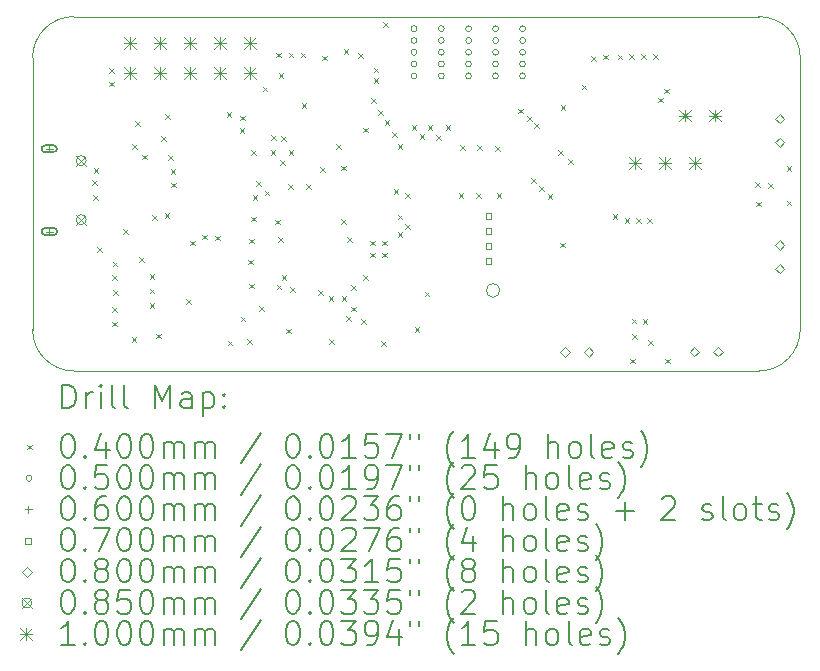
<source format=gbr>
%TF.GenerationSoftware,KiCad,Pcbnew,(6.0.7)*%
%TF.CreationDate,2022-10-20T14:14:51-04:00*%
%TF.ProjectId,ECE477_PCB,45434534-3737-45f5-9043-422e6b696361,rev?*%
%TF.SameCoordinates,PX2daf690PY1aab7d8*%
%TF.FileFunction,Drillmap*%
%TF.FilePolarity,Positive*%
%FSLAX45Y45*%
G04 Gerber Fmt 4.5, Leading zero omitted, Abs format (unit mm)*
G04 Created by KiCad (PCBNEW (6.0.7)) date 2022-10-20 14:14:51*
%MOMM*%
%LPD*%
G01*
G04 APERTURE LIST*
%ADD10C,0.100000*%
%ADD11C,0.200000*%
%ADD12C,0.040000*%
%ADD13C,0.050000*%
%ADD14C,0.060000*%
%ADD15C,0.070000*%
%ADD16C,0.080000*%
%ADD17C,0.085000*%
G04 APERTURE END LIST*
D10*
X3956500Y-2319020D02*
G75*
G03*
X3956500Y-2319020I-57600J0D01*
G01*
X0Y-350000D02*
X0Y-2650000D01*
X350000Y-3000000D02*
X6150000Y-3000000D01*
X6150000Y0D02*
X350000Y0D01*
X350000Y0D02*
G75*
G03*
X0Y-350000I0J-350000D01*
G01*
X6500000Y-350000D02*
G75*
G03*
X6150000Y0I-350000J0D01*
G01*
X6500000Y-2650000D02*
X6500000Y-350000D01*
X6150000Y-3000000D02*
G75*
G03*
X6500000Y-2650000I0J350000D01*
G01*
X0Y-2650000D02*
G75*
G03*
X350000Y-3000000I350000J0D01*
G01*
D11*
D12*
X505780Y-1383960D02*
X545780Y-1423960D01*
X545780Y-1383960D02*
X505780Y-1423960D01*
X510430Y-1514060D02*
X550430Y-1554060D01*
X550430Y-1514060D02*
X510430Y-1554060D01*
X516813Y-1285544D02*
X556813Y-1325544D01*
X556813Y-1285544D02*
X516813Y-1325544D01*
X550000Y-1950000D02*
X590000Y-1990000D01*
X590000Y-1950000D02*
X550000Y-1990000D01*
X650560Y-437200D02*
X690560Y-477200D01*
X690560Y-437200D02*
X650560Y-477200D01*
X650560Y-551500D02*
X690560Y-591500D01*
X690560Y-551500D02*
X650560Y-591500D01*
X675960Y-2192340D02*
X715960Y-2232340D01*
X715960Y-2192340D02*
X675960Y-2232340D01*
X675960Y-2459040D02*
X715960Y-2499040D01*
X715960Y-2459040D02*
X675960Y-2499040D01*
X675960Y-2583500D02*
X715960Y-2623500D01*
X715960Y-2583500D02*
X675960Y-2623500D01*
X678500Y-2075500D02*
X718500Y-2115500D01*
X718500Y-2075500D02*
X678500Y-2115500D01*
X683580Y-2316800D02*
X723580Y-2356800D01*
X723580Y-2316800D02*
X683580Y-2356800D01*
X770000Y-1800000D02*
X810000Y-1840000D01*
X810000Y-1800000D02*
X770000Y-1840000D01*
X838520Y-2713040D02*
X878520Y-2753040D01*
X878520Y-2713040D02*
X838520Y-2753040D01*
X841060Y-1082360D02*
X881060Y-1122360D01*
X881060Y-1082360D02*
X841060Y-1122360D01*
X871540Y-886780D02*
X911540Y-926780D01*
X911540Y-886780D02*
X871540Y-926780D01*
X901080Y-2033920D02*
X941080Y-2073920D01*
X941080Y-2033920D02*
X901080Y-2073920D01*
X927430Y-1170290D02*
X967430Y-1210290D01*
X967430Y-1170290D02*
X927430Y-1210290D01*
X990920Y-2182180D02*
X1030920Y-2222180D01*
X1030920Y-2182180D02*
X990920Y-2222180D01*
X990920Y-2304100D02*
X1030920Y-2344100D01*
X1030920Y-2304100D02*
X990920Y-2344100D01*
X990920Y-2426020D02*
X1030920Y-2466020D01*
X1030920Y-2426020D02*
X990920Y-2466020D01*
X1013780Y-1681800D02*
X1053780Y-1721800D01*
X1053780Y-1681800D02*
X1013780Y-1721800D01*
X1046800Y-2685100D02*
X1086800Y-2725100D01*
X1086800Y-2685100D02*
X1046800Y-2725100D01*
X1087440Y-1011240D02*
X1127440Y-1051240D01*
X1127440Y-1011240D02*
X1087440Y-1051240D01*
X1117920Y-1664020D02*
X1157920Y-1704020D01*
X1157920Y-1664020D02*
X1117920Y-1704020D01*
X1123000Y-825820D02*
X1163000Y-865820D01*
X1163000Y-825820D02*
X1123000Y-865820D01*
X1150940Y-1171260D02*
X1190940Y-1211260D01*
X1190940Y-1171260D02*
X1150940Y-1211260D01*
X1168720Y-1290640D02*
X1208720Y-1330640D01*
X1208720Y-1290640D02*
X1168720Y-1330640D01*
X1170950Y-1405834D02*
X1210950Y-1445834D01*
X1210950Y-1405834D02*
X1170950Y-1445834D01*
X1300000Y-2390000D02*
X1340000Y-2430000D01*
X1340000Y-2390000D02*
X1300000Y-2430000D01*
X1333820Y-1897700D02*
X1373820Y-1937700D01*
X1373820Y-1897700D02*
X1333820Y-1937700D01*
X1435420Y-1846900D02*
X1475420Y-1886900D01*
X1475420Y-1846900D02*
X1435420Y-1886900D01*
X1547190Y-1854520D02*
X1587190Y-1894520D01*
X1587190Y-1854520D02*
X1547190Y-1894520D01*
X1644000Y-812000D02*
X1684000Y-852000D01*
X1684000Y-812000D02*
X1644000Y-852000D01*
X1651320Y-2743520D02*
X1691320Y-2783520D01*
X1691320Y-2743520D02*
X1651320Y-2783520D01*
X1752920Y-947740D02*
X1792920Y-987740D01*
X1792920Y-947740D02*
X1752920Y-987740D01*
X1758000Y-838520D02*
X1798000Y-878520D01*
X1798000Y-838520D02*
X1758000Y-878520D01*
X1761699Y-2540000D02*
X1801699Y-2580000D01*
X1801699Y-2540000D02*
X1761699Y-2580000D01*
X1815534Y-2731416D02*
X1855534Y-2771416D01*
X1855534Y-2731416D02*
X1815534Y-2771416D01*
X1823000Y-2057000D02*
X1863000Y-2097000D01*
X1863000Y-2057000D02*
X1823000Y-2097000D01*
X1836740Y-1879920D02*
X1876740Y-1919920D01*
X1876740Y-1879920D02*
X1836740Y-1919920D01*
X1836740Y-2260920D02*
X1876740Y-2300920D01*
X1876740Y-2260920D02*
X1836740Y-2300920D01*
X1850900Y-1128080D02*
X1890900Y-1168080D01*
X1890900Y-1128080D02*
X1850900Y-1168080D01*
X1850900Y-1693300D02*
X1890900Y-1733300D01*
X1890900Y-1693300D02*
X1850900Y-1733300D01*
X1864680Y-1511620D02*
X1904680Y-1551620D01*
X1904680Y-1511620D02*
X1864680Y-1551620D01*
X1892620Y-1394780D02*
X1932620Y-1434780D01*
X1932620Y-1394780D02*
X1892620Y-1434780D01*
X1920595Y-2451455D02*
X1960595Y-2491455D01*
X1960595Y-2451455D02*
X1920595Y-2491455D01*
X1948000Y-593220D02*
X1988000Y-633220D01*
X1988000Y-593220D02*
X1948000Y-633220D01*
X1966280Y-1473520D02*
X2006280Y-1513520D01*
X2006280Y-1473520D02*
X1966280Y-1513520D01*
X2016000Y-1129420D02*
X2056000Y-1169420D01*
X2056000Y-1129420D02*
X2016000Y-1169420D01*
X2017656Y-1006017D02*
X2057656Y-1046017D01*
X2057656Y-1006017D02*
X2017656Y-1046017D01*
X2052640Y-1719900D02*
X2092640Y-1759900D01*
X2092640Y-1719900D02*
X2052640Y-1759900D01*
X2060260Y-305120D02*
X2100260Y-345120D01*
X2100260Y-305120D02*
X2060260Y-345120D01*
X2067725Y-2269968D02*
X2107725Y-2309968D01*
X2107725Y-2269968D02*
X2067725Y-2309968D01*
X2080580Y-1864680D02*
X2120580Y-1904680D01*
X2120580Y-1864680D02*
X2080580Y-1904680D01*
X2083120Y-480380D02*
X2123120Y-520380D01*
X2123120Y-480380D02*
X2083120Y-520380D01*
X2095820Y-1216980D02*
X2135820Y-1256980D01*
X2135820Y-1216980D02*
X2095820Y-1256980D01*
X2107450Y-1011322D02*
X2147450Y-1051322D01*
X2147450Y-1011322D02*
X2107450Y-1051322D01*
X2108520Y-2189800D02*
X2148520Y-2229800D01*
X2148520Y-2189800D02*
X2108520Y-2229800D01*
X2146620Y-2641920D02*
X2186620Y-2681920D01*
X2186620Y-2641920D02*
X2146620Y-2681920D01*
X2161860Y-1420180D02*
X2201860Y-1460180D01*
X2201860Y-1420180D02*
X2161860Y-1460180D01*
X2168400Y-1129420D02*
X2208400Y-1169420D01*
X2208400Y-1129420D02*
X2168400Y-1169420D01*
X2169480Y-305120D02*
X2209480Y-345120D01*
X2209480Y-305120D02*
X2169480Y-345120D01*
X2180828Y-2289885D02*
X2220828Y-2329885D01*
X2220828Y-2289885D02*
X2180828Y-2329885D01*
X2271080Y-305120D02*
X2311080Y-345120D01*
X2311080Y-305120D02*
X2271080Y-345120D01*
X2278700Y-736000D02*
X2318700Y-776000D01*
X2318700Y-736000D02*
X2278700Y-776000D01*
X2319340Y-1417640D02*
X2359340Y-1457640D01*
X2359340Y-1417640D02*
X2319340Y-1457640D01*
X2415860Y-2314260D02*
X2455860Y-2354260D01*
X2455860Y-2314260D02*
X2415860Y-2354260D01*
X2434000Y-1273000D02*
X2474000Y-1313000D01*
X2474000Y-1273000D02*
X2434000Y-1313000D01*
X2450000Y-330000D02*
X2490000Y-370000D01*
X2490000Y-330000D02*
X2450000Y-370000D01*
X2507300Y-2365060D02*
X2547300Y-2405060D01*
X2547300Y-2365060D02*
X2507300Y-2405060D01*
X2512380Y-2728280D02*
X2552380Y-2768280D01*
X2552380Y-2728280D02*
X2512380Y-2768280D01*
X2568000Y-1081000D02*
X2608000Y-1121000D01*
X2608000Y-1081000D02*
X2568000Y-1121000D01*
X2611440Y-1712280D02*
X2651440Y-1752280D01*
X2651440Y-1712280D02*
X2611440Y-1752280D01*
X2613980Y-1262700D02*
X2653980Y-1302700D01*
X2653980Y-1262700D02*
X2613980Y-1302700D01*
X2616520Y-2365060D02*
X2656520Y-2405060D01*
X2656520Y-2365060D02*
X2616520Y-2405060D01*
X2634300Y-274640D02*
X2674300Y-314640D01*
X2674300Y-274640D02*
X2634300Y-314640D01*
X2656204Y-2536616D02*
X2696204Y-2576616D01*
X2696204Y-2536616D02*
X2656204Y-2576616D01*
X2664780Y-1864680D02*
X2704780Y-1904680D01*
X2704780Y-1864680D02*
X2664780Y-1904680D01*
X2695260Y-2276160D02*
X2735260Y-2316160D01*
X2735260Y-2276160D02*
X2695260Y-2316160D01*
X2697100Y-2456500D02*
X2737100Y-2496500D01*
X2737100Y-2456500D02*
X2697100Y-2496500D01*
X2758760Y-312740D02*
X2798760Y-352740D01*
X2798760Y-312740D02*
X2758760Y-352740D01*
X2780000Y-2560000D02*
X2820000Y-2600000D01*
X2820000Y-2560000D02*
X2780000Y-2600000D01*
X2799680Y-2189348D02*
X2839680Y-2229348D01*
X2839680Y-2189348D02*
X2799680Y-2229348D01*
X2801940Y-940120D02*
X2841940Y-980120D01*
X2841940Y-940120D02*
X2801940Y-980120D01*
X2858400Y-1898400D02*
X2898400Y-1938400D01*
X2898400Y-1898400D02*
X2858400Y-1938400D01*
X2858400Y-2000000D02*
X2898400Y-2040000D01*
X2898400Y-2000000D02*
X2858400Y-2040000D01*
X2865440Y-691200D02*
X2905440Y-731200D01*
X2905440Y-691200D02*
X2865440Y-731200D01*
X2888300Y-432120D02*
X2928300Y-472120D01*
X2928300Y-432120D02*
X2888300Y-472120D01*
X2888710Y-522069D02*
X2928710Y-562069D01*
X2928710Y-522069D02*
X2888710Y-562069D01*
X2926400Y-790260D02*
X2966400Y-830260D01*
X2966400Y-790260D02*
X2926400Y-830260D01*
X2954340Y-2748600D02*
X2994340Y-2788600D01*
X2994340Y-2748600D02*
X2954340Y-2788600D01*
X2960000Y-1898400D02*
X3000000Y-1938400D01*
X3000000Y-1898400D02*
X2960000Y-1938400D01*
X2960000Y-2000000D02*
X3000000Y-2040000D01*
X3000000Y-2000000D02*
X2960000Y-2040000D01*
X2969580Y-48580D02*
X3009580Y-88580D01*
X3009580Y-48580D02*
X2969580Y-88580D01*
X2982280Y-874080D02*
X3022280Y-914080D01*
X3022280Y-874080D02*
X2982280Y-914080D01*
X3045780Y-975680D02*
X3085780Y-1015680D01*
X3085780Y-975680D02*
X3045780Y-1015680D01*
X3057604Y-1458290D02*
X3097604Y-1498290D01*
X3097604Y-1458290D02*
X3057604Y-1498290D01*
X3090148Y-1827932D02*
X3130148Y-1867932D01*
X3130148Y-1827932D02*
X3090148Y-1867932D01*
X3091500Y-1082360D02*
X3131500Y-1122360D01*
X3131500Y-1082360D02*
X3091500Y-1122360D01*
X3091500Y-1676720D02*
X3131500Y-1716720D01*
X3131500Y-1676720D02*
X3091500Y-1716720D01*
X3152460Y-1496380D02*
X3192460Y-1536380D01*
X3192460Y-1496380D02*
X3152460Y-1536380D01*
X3157540Y-1758000D02*
X3197540Y-1798000D01*
X3197540Y-1758000D02*
X3157540Y-1798000D01*
X3210880Y-922340D02*
X3250880Y-962340D01*
X3250880Y-922340D02*
X3210880Y-962340D01*
X3236280Y-2629220D02*
X3276280Y-2669220D01*
X3276280Y-2629220D02*
X3236280Y-2669220D01*
X3276920Y-998540D02*
X3316920Y-1038540D01*
X3316920Y-998540D02*
X3276920Y-1038540D01*
X3320000Y-2330000D02*
X3360000Y-2370000D01*
X3360000Y-2330000D02*
X3320000Y-2370000D01*
X3345500Y-922340D02*
X3385500Y-962340D01*
X3385500Y-922340D02*
X3345500Y-962340D01*
X3419160Y-1001080D02*
X3459160Y-1041080D01*
X3459160Y-1001080D02*
X3419160Y-1041080D01*
X3497900Y-919800D02*
X3537900Y-959800D01*
X3537900Y-919800D02*
X3497900Y-959800D01*
X3607120Y-1496380D02*
X3647120Y-1536380D01*
X3647120Y-1496380D02*
X3607120Y-1536380D01*
X3619820Y-1087440D02*
X3659820Y-1127440D01*
X3659820Y-1087440D02*
X3619820Y-1127440D01*
X3754440Y-1496380D02*
X3794440Y-1536380D01*
X3794440Y-1496380D02*
X3754440Y-1536380D01*
X3762060Y-1089980D02*
X3802060Y-1129980D01*
X3802060Y-1089980D02*
X3762060Y-1129980D01*
X3917000Y-1095060D02*
X3957000Y-1135060D01*
X3957000Y-1095060D02*
X3917000Y-1135060D01*
X3929700Y-1496380D02*
X3969700Y-1536380D01*
X3969700Y-1496380D02*
X3929700Y-1536380D01*
X4112580Y-780100D02*
X4152580Y-820100D01*
X4152580Y-780100D02*
X4112580Y-820100D01*
X4186240Y-843600D02*
X4226240Y-883600D01*
X4226240Y-843600D02*
X4186240Y-883600D01*
X4224340Y-1366840D02*
X4264340Y-1406840D01*
X4264340Y-1366840D02*
X4224340Y-1406840D01*
X4249740Y-904560D02*
X4289740Y-944560D01*
X4289740Y-904560D02*
X4249740Y-944560D01*
X4290380Y-1432880D02*
X4330380Y-1472880D01*
X4330380Y-1432880D02*
X4290380Y-1472880D01*
X4361500Y-1504000D02*
X4401500Y-1544000D01*
X4401500Y-1504000D02*
X4361500Y-1544000D01*
X4452940Y-1133160D02*
X4492940Y-1173160D01*
X4492940Y-1133160D02*
X4452940Y-1173160D01*
X4465820Y-1915300D02*
X4505820Y-1955300D01*
X4505820Y-1915300D02*
X4465820Y-1955300D01*
X4472000Y-752000D02*
X4512000Y-792000D01*
X4512000Y-752000D02*
X4472000Y-792000D01*
X4536760Y-1206820D02*
X4576760Y-1246820D01*
X4576760Y-1206820D02*
X4536760Y-1246820D01*
X4648520Y-576900D02*
X4688520Y-616900D01*
X4688520Y-576900D02*
X4648520Y-616900D01*
X4729800Y-333060D02*
X4769800Y-373060D01*
X4769800Y-333060D02*
X4729800Y-373060D01*
X4831410Y-322900D02*
X4871410Y-362900D01*
X4871410Y-322900D02*
X4831410Y-362900D01*
X4911410Y-1675450D02*
X4951410Y-1715450D01*
X4951410Y-1675450D02*
X4911410Y-1715450D01*
X4953320Y-322900D02*
X4993320Y-362900D01*
X4993320Y-322900D02*
X4953320Y-362900D01*
X5013140Y-1705800D02*
X5053140Y-1745800D01*
X5053140Y-1705800D02*
X5013140Y-1745800D01*
X5049840Y-320360D02*
X5089840Y-360360D01*
X5089840Y-320360D02*
X5049840Y-360360D01*
X5062540Y-2895300D02*
X5102540Y-2935300D01*
X5102540Y-2895300D02*
X5062540Y-2935300D01*
X5071722Y-2557719D02*
X5111722Y-2597719D01*
X5111722Y-2557719D02*
X5071722Y-2597719D01*
X5076510Y-2688270D02*
X5116510Y-2728270D01*
X5116510Y-2688270D02*
X5076510Y-2728270D01*
X5109660Y-1705800D02*
X5149660Y-1745800D01*
X5149660Y-1705800D02*
X5109660Y-1745800D01*
X5151440Y-320360D02*
X5191440Y-360360D01*
X5191440Y-320360D02*
X5151440Y-360360D01*
X5165410Y-2561270D02*
X5205410Y-2601270D01*
X5205410Y-2561270D02*
X5165410Y-2601270D01*
X5201100Y-1705800D02*
X5241100Y-1745800D01*
X5241100Y-1705800D02*
X5201100Y-1745800D01*
X5209860Y-2737790D02*
X5249860Y-2777790D01*
X5249860Y-2737790D02*
X5209860Y-2777790D01*
X5255580Y-320360D02*
X5295580Y-360360D01*
X5295580Y-320360D02*
X5255580Y-360360D01*
X5298760Y-686120D02*
X5338760Y-726120D01*
X5338760Y-686120D02*
X5298760Y-726120D01*
X5349560Y-609920D02*
X5389560Y-649920D01*
X5389560Y-609920D02*
X5349560Y-649920D01*
X5357180Y-2895280D02*
X5397180Y-2935280D01*
X5397180Y-2895280D02*
X5357180Y-2935280D01*
X6120636Y-1401814D02*
X6160636Y-1441814D01*
X6160636Y-1401814D02*
X6120636Y-1441814D01*
X6128950Y-1566475D02*
X6168950Y-1606475D01*
X6168950Y-1566475D02*
X6128950Y-1606475D01*
X6227130Y-1413220D02*
X6267130Y-1453220D01*
X6267130Y-1413220D02*
X6227130Y-1453220D01*
X6384610Y-1559270D02*
X6424610Y-1599270D01*
X6424610Y-1559270D02*
X6384610Y-1599270D01*
X6384620Y-1267170D02*
X6424620Y-1307170D01*
X6424620Y-1267170D02*
X6384620Y-1307170D01*
D13*
X3254660Y-102260D02*
G75*
G03*
X3254660Y-102260I-25000J0D01*
G01*
X3254660Y-202260D02*
G75*
G03*
X3254660Y-202260I-25000J0D01*
G01*
X3254660Y-302260D02*
G75*
G03*
X3254660Y-302260I-25000J0D01*
G01*
X3254660Y-402260D02*
G75*
G03*
X3254660Y-402260I-25000J0D01*
G01*
X3254660Y-502260D02*
G75*
G03*
X3254660Y-502260I-25000J0D01*
G01*
X3485800Y-102260D02*
G75*
G03*
X3485800Y-102260I-25000J0D01*
G01*
X3485800Y-202260D02*
G75*
G03*
X3485800Y-202260I-25000J0D01*
G01*
X3485800Y-302260D02*
G75*
G03*
X3485800Y-302260I-25000J0D01*
G01*
X3485800Y-402260D02*
G75*
G03*
X3485800Y-402260I-25000J0D01*
G01*
X3485800Y-502260D02*
G75*
G03*
X3485800Y-502260I-25000J0D01*
G01*
X3716940Y-102260D02*
G75*
G03*
X3716940Y-102260I-25000J0D01*
G01*
X3716940Y-202260D02*
G75*
G03*
X3716940Y-202260I-25000J0D01*
G01*
X3716940Y-302260D02*
G75*
G03*
X3716940Y-302260I-25000J0D01*
G01*
X3716940Y-402260D02*
G75*
G03*
X3716940Y-402260I-25000J0D01*
G01*
X3716940Y-502260D02*
G75*
G03*
X3716940Y-502260I-25000J0D01*
G01*
X3945540Y-102260D02*
G75*
G03*
X3945540Y-102260I-25000J0D01*
G01*
X3945540Y-202260D02*
G75*
G03*
X3945540Y-202260I-25000J0D01*
G01*
X3945540Y-302260D02*
G75*
G03*
X3945540Y-302260I-25000J0D01*
G01*
X3945540Y-402260D02*
G75*
G03*
X3945540Y-402260I-25000J0D01*
G01*
X3945540Y-502260D02*
G75*
G03*
X3945540Y-502260I-25000J0D01*
G01*
X4174140Y-102260D02*
G75*
G03*
X4174140Y-102260I-25000J0D01*
G01*
X4174140Y-202260D02*
G75*
G03*
X4174140Y-202260I-25000J0D01*
G01*
X4174140Y-302260D02*
G75*
G03*
X4174140Y-302260I-25000J0D01*
G01*
X4174140Y-402260D02*
G75*
G03*
X4174140Y-402260I-25000J0D01*
G01*
X4174140Y-502260D02*
G75*
G03*
X4174140Y-502260I-25000J0D01*
G01*
D14*
X141680Y-1090000D02*
X141680Y-1150000D01*
X111680Y-1120000D02*
X171680Y-1120000D01*
D11*
X106680Y-1150000D02*
X176680Y-1150000D01*
X106680Y-1090000D02*
X176680Y-1090000D01*
X176680Y-1150000D02*
G75*
G03*
X176680Y-1090000I0J30000D01*
G01*
X106680Y-1090000D02*
G75*
G03*
X106680Y-1150000I0J-30000D01*
G01*
D14*
X141680Y-1790000D02*
X141680Y-1850000D01*
X111680Y-1820000D02*
X171680Y-1820000D01*
D11*
X176680Y-1790000D02*
X106680Y-1790000D01*
X176680Y-1850000D02*
X106680Y-1850000D01*
X106680Y-1790000D02*
G75*
G03*
X106680Y-1850000I0J-30000D01*
G01*
X176680Y-1850000D02*
G75*
G03*
X176680Y-1790000I0J30000D01*
G01*
D15*
X3885549Y-1713849D02*
X3885549Y-1664351D01*
X3836051Y-1664351D01*
X3836051Y-1713849D01*
X3885549Y-1713849D01*
X3885549Y-1840849D02*
X3885549Y-1791351D01*
X3836051Y-1791351D01*
X3836051Y-1840849D01*
X3885549Y-1840849D01*
X3885549Y-1967849D02*
X3885549Y-1918351D01*
X3836051Y-1918351D01*
X3836051Y-1967849D01*
X3885549Y-1967849D01*
X3885549Y-2094849D02*
X3885549Y-2045351D01*
X3836051Y-2045351D01*
X3836051Y-2094849D01*
X3885549Y-2094849D01*
D16*
X4508029Y-2879770D02*
X4548029Y-2839770D01*
X4508029Y-2799770D01*
X4468029Y-2839770D01*
X4508029Y-2879770D01*
X4708029Y-2879770D02*
X4748029Y-2839770D01*
X4708029Y-2799770D01*
X4668029Y-2839770D01*
X4708029Y-2879770D01*
X5603900Y-2877810D02*
X5643900Y-2837810D01*
X5603900Y-2797810D01*
X5563900Y-2837810D01*
X5603900Y-2877810D01*
X5803900Y-2877810D02*
X5843900Y-2837810D01*
X5803900Y-2797810D01*
X5763900Y-2837810D01*
X5803900Y-2877810D01*
X6324600Y-904260D02*
X6364600Y-864260D01*
X6324600Y-824260D01*
X6284600Y-864260D01*
X6324600Y-904260D01*
X6324600Y-1104260D02*
X6364600Y-1064260D01*
X6324600Y-1024260D01*
X6284600Y-1064260D01*
X6324600Y-1104260D01*
X6324600Y-1973600D02*
X6364600Y-1933600D01*
X6324600Y-1893600D01*
X6284600Y-1933600D01*
X6324600Y-1973600D01*
X6324600Y-2173600D02*
X6364600Y-2133600D01*
X6324600Y-2093600D01*
X6284600Y-2133600D01*
X6324600Y-2173600D01*
D17*
X369180Y-1177500D02*
X454180Y-1262500D01*
X454180Y-1177500D02*
X369180Y-1262500D01*
X454180Y-1220000D02*
G75*
G03*
X454180Y-1220000I-42500J0D01*
G01*
X369180Y-1677500D02*
X454180Y-1762500D01*
X454180Y-1677500D02*
X369180Y-1762500D01*
X454180Y-1720000D02*
G75*
G03*
X454180Y-1720000I-42500J0D01*
G01*
D10*
X778040Y-175000D02*
X878040Y-275000D01*
X878040Y-175000D02*
X778040Y-275000D01*
X828040Y-175000D02*
X828040Y-275000D01*
X778040Y-225000D02*
X878040Y-225000D01*
X778040Y-429000D02*
X878040Y-529000D01*
X878040Y-429000D02*
X778040Y-529000D01*
X828040Y-429000D02*
X828040Y-529000D01*
X778040Y-479000D02*
X878040Y-479000D01*
X1032040Y-175000D02*
X1132040Y-275000D01*
X1132040Y-175000D02*
X1032040Y-275000D01*
X1082040Y-175000D02*
X1082040Y-275000D01*
X1032040Y-225000D02*
X1132040Y-225000D01*
X1032040Y-429000D02*
X1132040Y-529000D01*
X1132040Y-429000D02*
X1032040Y-529000D01*
X1082040Y-429000D02*
X1082040Y-529000D01*
X1032040Y-479000D02*
X1132040Y-479000D01*
X1286040Y-175000D02*
X1386040Y-275000D01*
X1386040Y-175000D02*
X1286040Y-275000D01*
X1336040Y-175000D02*
X1336040Y-275000D01*
X1286040Y-225000D02*
X1386040Y-225000D01*
X1286040Y-429000D02*
X1386040Y-529000D01*
X1386040Y-429000D02*
X1286040Y-529000D01*
X1336040Y-429000D02*
X1336040Y-529000D01*
X1286040Y-479000D02*
X1386040Y-479000D01*
X1540040Y-175000D02*
X1640040Y-275000D01*
X1640040Y-175000D02*
X1540040Y-275000D01*
X1590040Y-175000D02*
X1590040Y-275000D01*
X1540040Y-225000D02*
X1640040Y-225000D01*
X1540040Y-429000D02*
X1640040Y-529000D01*
X1640040Y-429000D02*
X1540040Y-529000D01*
X1590040Y-429000D02*
X1590040Y-529000D01*
X1540040Y-479000D02*
X1640040Y-479000D01*
X1794040Y-175000D02*
X1894040Y-275000D01*
X1894040Y-175000D02*
X1794040Y-275000D01*
X1844040Y-175000D02*
X1844040Y-275000D01*
X1794040Y-225000D02*
X1894040Y-225000D01*
X1794040Y-429000D02*
X1894040Y-529000D01*
X1894040Y-429000D02*
X1794040Y-529000D01*
X1844040Y-429000D02*
X1844040Y-529000D01*
X1794040Y-479000D02*
X1894040Y-479000D01*
X5053900Y-1188900D02*
X5153900Y-1288900D01*
X5153900Y-1188900D02*
X5053900Y-1288900D01*
X5103900Y-1188900D02*
X5103900Y-1288900D01*
X5053900Y-1238900D02*
X5153900Y-1238900D01*
X5307900Y-1188900D02*
X5407900Y-1288900D01*
X5407900Y-1188900D02*
X5307900Y-1288900D01*
X5357900Y-1188900D02*
X5357900Y-1288900D01*
X5307900Y-1238900D02*
X5407900Y-1238900D01*
X5474500Y-788200D02*
X5574500Y-888200D01*
X5574500Y-788200D02*
X5474500Y-888200D01*
X5524500Y-788200D02*
X5524500Y-888200D01*
X5474500Y-838200D02*
X5574500Y-838200D01*
X5561900Y-1188900D02*
X5661900Y-1288900D01*
X5661900Y-1188900D02*
X5561900Y-1288900D01*
X5611900Y-1188900D02*
X5611900Y-1288900D01*
X5561900Y-1238900D02*
X5661900Y-1238900D01*
X5728500Y-788200D02*
X5828500Y-888200D01*
X5828500Y-788200D02*
X5728500Y-888200D01*
X5778500Y-788200D02*
X5778500Y-888200D01*
X5728500Y-838200D02*
X5828500Y-838200D01*
D11*
X252619Y-3315476D02*
X252619Y-3115476D01*
X300238Y-3115476D01*
X328810Y-3125000D01*
X347857Y-3144048D01*
X357381Y-3163095D01*
X366905Y-3201190D01*
X366905Y-3229762D01*
X357381Y-3267857D01*
X347857Y-3286905D01*
X328810Y-3305952D01*
X300238Y-3315476D01*
X252619Y-3315476D01*
X452619Y-3315476D02*
X452619Y-3182143D01*
X452619Y-3220238D02*
X462143Y-3201190D01*
X471667Y-3191667D01*
X490714Y-3182143D01*
X509762Y-3182143D01*
X576429Y-3315476D02*
X576429Y-3182143D01*
X576429Y-3115476D02*
X566905Y-3125000D01*
X576429Y-3134524D01*
X585952Y-3125000D01*
X576429Y-3115476D01*
X576429Y-3134524D01*
X700238Y-3315476D02*
X681190Y-3305952D01*
X671667Y-3286905D01*
X671667Y-3115476D01*
X805000Y-3315476D02*
X785952Y-3305952D01*
X776428Y-3286905D01*
X776428Y-3115476D01*
X1033571Y-3315476D02*
X1033571Y-3115476D01*
X1100238Y-3258333D01*
X1166905Y-3115476D01*
X1166905Y-3315476D01*
X1347857Y-3315476D02*
X1347857Y-3210714D01*
X1338333Y-3191667D01*
X1319286Y-3182143D01*
X1281190Y-3182143D01*
X1262143Y-3191667D01*
X1347857Y-3305952D02*
X1328810Y-3315476D01*
X1281190Y-3315476D01*
X1262143Y-3305952D01*
X1252619Y-3286905D01*
X1252619Y-3267857D01*
X1262143Y-3248809D01*
X1281190Y-3239286D01*
X1328810Y-3239286D01*
X1347857Y-3229762D01*
X1443095Y-3182143D02*
X1443095Y-3382143D01*
X1443095Y-3191667D02*
X1462143Y-3182143D01*
X1500238Y-3182143D01*
X1519286Y-3191667D01*
X1528809Y-3201190D01*
X1538333Y-3220238D01*
X1538333Y-3277381D01*
X1528809Y-3296428D01*
X1519286Y-3305952D01*
X1500238Y-3315476D01*
X1462143Y-3315476D01*
X1443095Y-3305952D01*
X1624048Y-3296428D02*
X1633571Y-3305952D01*
X1624048Y-3315476D01*
X1614524Y-3305952D01*
X1624048Y-3296428D01*
X1624048Y-3315476D01*
X1624048Y-3191667D02*
X1633571Y-3201190D01*
X1624048Y-3210714D01*
X1614524Y-3201190D01*
X1624048Y-3191667D01*
X1624048Y-3210714D01*
D12*
X-45000Y-3625000D02*
X-5000Y-3665000D01*
X-5000Y-3625000D02*
X-45000Y-3665000D01*
D11*
X290714Y-3535476D02*
X309762Y-3535476D01*
X328810Y-3545000D01*
X338333Y-3554524D01*
X347857Y-3573571D01*
X357381Y-3611667D01*
X357381Y-3659286D01*
X347857Y-3697381D01*
X338333Y-3716428D01*
X328810Y-3725952D01*
X309762Y-3735476D01*
X290714Y-3735476D01*
X271667Y-3725952D01*
X262143Y-3716428D01*
X252619Y-3697381D01*
X243095Y-3659286D01*
X243095Y-3611667D01*
X252619Y-3573571D01*
X262143Y-3554524D01*
X271667Y-3545000D01*
X290714Y-3535476D01*
X443095Y-3716428D02*
X452619Y-3725952D01*
X443095Y-3735476D01*
X433571Y-3725952D01*
X443095Y-3716428D01*
X443095Y-3735476D01*
X624048Y-3602143D02*
X624048Y-3735476D01*
X576429Y-3525952D02*
X528810Y-3668809D01*
X652619Y-3668809D01*
X766905Y-3535476D02*
X785952Y-3535476D01*
X805000Y-3545000D01*
X814524Y-3554524D01*
X824048Y-3573571D01*
X833571Y-3611667D01*
X833571Y-3659286D01*
X824048Y-3697381D01*
X814524Y-3716428D01*
X805000Y-3725952D01*
X785952Y-3735476D01*
X766905Y-3735476D01*
X747857Y-3725952D01*
X738333Y-3716428D01*
X728809Y-3697381D01*
X719286Y-3659286D01*
X719286Y-3611667D01*
X728809Y-3573571D01*
X738333Y-3554524D01*
X747857Y-3545000D01*
X766905Y-3535476D01*
X957381Y-3535476D02*
X976428Y-3535476D01*
X995476Y-3545000D01*
X1005000Y-3554524D01*
X1014524Y-3573571D01*
X1024048Y-3611667D01*
X1024048Y-3659286D01*
X1014524Y-3697381D01*
X1005000Y-3716428D01*
X995476Y-3725952D01*
X976428Y-3735476D01*
X957381Y-3735476D01*
X938333Y-3725952D01*
X928809Y-3716428D01*
X919286Y-3697381D01*
X909762Y-3659286D01*
X909762Y-3611667D01*
X919286Y-3573571D01*
X928809Y-3554524D01*
X938333Y-3545000D01*
X957381Y-3535476D01*
X1109762Y-3735476D02*
X1109762Y-3602143D01*
X1109762Y-3621190D02*
X1119286Y-3611667D01*
X1138333Y-3602143D01*
X1166905Y-3602143D01*
X1185952Y-3611667D01*
X1195476Y-3630714D01*
X1195476Y-3735476D01*
X1195476Y-3630714D02*
X1205000Y-3611667D01*
X1224048Y-3602143D01*
X1252619Y-3602143D01*
X1271667Y-3611667D01*
X1281190Y-3630714D01*
X1281190Y-3735476D01*
X1376429Y-3735476D02*
X1376429Y-3602143D01*
X1376429Y-3621190D02*
X1385952Y-3611667D01*
X1405000Y-3602143D01*
X1433571Y-3602143D01*
X1452619Y-3611667D01*
X1462143Y-3630714D01*
X1462143Y-3735476D01*
X1462143Y-3630714D02*
X1471667Y-3611667D01*
X1490714Y-3602143D01*
X1519286Y-3602143D01*
X1538333Y-3611667D01*
X1547857Y-3630714D01*
X1547857Y-3735476D01*
X1938333Y-3525952D02*
X1766905Y-3783095D01*
X2195476Y-3535476D02*
X2214524Y-3535476D01*
X2233571Y-3545000D01*
X2243095Y-3554524D01*
X2252619Y-3573571D01*
X2262143Y-3611667D01*
X2262143Y-3659286D01*
X2252619Y-3697381D01*
X2243095Y-3716428D01*
X2233571Y-3725952D01*
X2214524Y-3735476D01*
X2195476Y-3735476D01*
X2176429Y-3725952D01*
X2166905Y-3716428D01*
X2157381Y-3697381D01*
X2147857Y-3659286D01*
X2147857Y-3611667D01*
X2157381Y-3573571D01*
X2166905Y-3554524D01*
X2176429Y-3545000D01*
X2195476Y-3535476D01*
X2347857Y-3716428D02*
X2357381Y-3725952D01*
X2347857Y-3735476D01*
X2338333Y-3725952D01*
X2347857Y-3716428D01*
X2347857Y-3735476D01*
X2481190Y-3535476D02*
X2500238Y-3535476D01*
X2519286Y-3545000D01*
X2528810Y-3554524D01*
X2538333Y-3573571D01*
X2547857Y-3611667D01*
X2547857Y-3659286D01*
X2538333Y-3697381D01*
X2528810Y-3716428D01*
X2519286Y-3725952D01*
X2500238Y-3735476D01*
X2481190Y-3735476D01*
X2462143Y-3725952D01*
X2452619Y-3716428D01*
X2443095Y-3697381D01*
X2433571Y-3659286D01*
X2433571Y-3611667D01*
X2443095Y-3573571D01*
X2452619Y-3554524D01*
X2462143Y-3545000D01*
X2481190Y-3535476D01*
X2738333Y-3735476D02*
X2624048Y-3735476D01*
X2681190Y-3735476D02*
X2681190Y-3535476D01*
X2662143Y-3564048D01*
X2643095Y-3583095D01*
X2624048Y-3592619D01*
X2919286Y-3535476D02*
X2824048Y-3535476D01*
X2814524Y-3630714D01*
X2824048Y-3621190D01*
X2843095Y-3611667D01*
X2890714Y-3611667D01*
X2909762Y-3621190D01*
X2919286Y-3630714D01*
X2928809Y-3649762D01*
X2928809Y-3697381D01*
X2919286Y-3716428D01*
X2909762Y-3725952D01*
X2890714Y-3735476D01*
X2843095Y-3735476D01*
X2824048Y-3725952D01*
X2814524Y-3716428D01*
X2995476Y-3535476D02*
X3128809Y-3535476D01*
X3043095Y-3735476D01*
X3195476Y-3535476D02*
X3195476Y-3573571D01*
X3271667Y-3535476D02*
X3271667Y-3573571D01*
X3566905Y-3811667D02*
X3557381Y-3802143D01*
X3538333Y-3773571D01*
X3528809Y-3754524D01*
X3519286Y-3725952D01*
X3509762Y-3678333D01*
X3509762Y-3640238D01*
X3519286Y-3592619D01*
X3528809Y-3564048D01*
X3538333Y-3545000D01*
X3557381Y-3516428D01*
X3566905Y-3506905D01*
X3747857Y-3735476D02*
X3633571Y-3735476D01*
X3690714Y-3735476D02*
X3690714Y-3535476D01*
X3671667Y-3564048D01*
X3652619Y-3583095D01*
X3633571Y-3592619D01*
X3919286Y-3602143D02*
X3919286Y-3735476D01*
X3871667Y-3525952D02*
X3824048Y-3668809D01*
X3947857Y-3668809D01*
X4033571Y-3735476D02*
X4071667Y-3735476D01*
X4090714Y-3725952D01*
X4100238Y-3716428D01*
X4119286Y-3687857D01*
X4128809Y-3649762D01*
X4128809Y-3573571D01*
X4119286Y-3554524D01*
X4109762Y-3545000D01*
X4090714Y-3535476D01*
X4052619Y-3535476D01*
X4033571Y-3545000D01*
X4024048Y-3554524D01*
X4014524Y-3573571D01*
X4014524Y-3621190D01*
X4024048Y-3640238D01*
X4033571Y-3649762D01*
X4052619Y-3659286D01*
X4090714Y-3659286D01*
X4109762Y-3649762D01*
X4119286Y-3640238D01*
X4128809Y-3621190D01*
X4366905Y-3735476D02*
X4366905Y-3535476D01*
X4452619Y-3735476D02*
X4452619Y-3630714D01*
X4443095Y-3611667D01*
X4424048Y-3602143D01*
X4395476Y-3602143D01*
X4376429Y-3611667D01*
X4366905Y-3621190D01*
X4576429Y-3735476D02*
X4557381Y-3725952D01*
X4547857Y-3716428D01*
X4538333Y-3697381D01*
X4538333Y-3640238D01*
X4547857Y-3621190D01*
X4557381Y-3611667D01*
X4576429Y-3602143D01*
X4605000Y-3602143D01*
X4624048Y-3611667D01*
X4633571Y-3621190D01*
X4643095Y-3640238D01*
X4643095Y-3697381D01*
X4633571Y-3716428D01*
X4624048Y-3725952D01*
X4605000Y-3735476D01*
X4576429Y-3735476D01*
X4757381Y-3735476D02*
X4738333Y-3725952D01*
X4728810Y-3706905D01*
X4728810Y-3535476D01*
X4909762Y-3725952D02*
X4890714Y-3735476D01*
X4852619Y-3735476D01*
X4833571Y-3725952D01*
X4824048Y-3706905D01*
X4824048Y-3630714D01*
X4833571Y-3611667D01*
X4852619Y-3602143D01*
X4890714Y-3602143D01*
X4909762Y-3611667D01*
X4919286Y-3630714D01*
X4919286Y-3649762D01*
X4824048Y-3668809D01*
X4995476Y-3725952D02*
X5014524Y-3735476D01*
X5052619Y-3735476D01*
X5071667Y-3725952D01*
X5081190Y-3706905D01*
X5081190Y-3697381D01*
X5071667Y-3678333D01*
X5052619Y-3668809D01*
X5024048Y-3668809D01*
X5005000Y-3659286D01*
X4995476Y-3640238D01*
X4995476Y-3630714D01*
X5005000Y-3611667D01*
X5024048Y-3602143D01*
X5052619Y-3602143D01*
X5071667Y-3611667D01*
X5147857Y-3811667D02*
X5157381Y-3802143D01*
X5176429Y-3773571D01*
X5185952Y-3754524D01*
X5195476Y-3725952D01*
X5205000Y-3678333D01*
X5205000Y-3640238D01*
X5195476Y-3592619D01*
X5185952Y-3564048D01*
X5176429Y-3545000D01*
X5157381Y-3516428D01*
X5147857Y-3506905D01*
D13*
X-5000Y-3909000D02*
G75*
G03*
X-5000Y-3909000I-25000J0D01*
G01*
D11*
X290714Y-3799476D02*
X309762Y-3799476D01*
X328810Y-3809000D01*
X338333Y-3818524D01*
X347857Y-3837571D01*
X357381Y-3875667D01*
X357381Y-3923286D01*
X347857Y-3961381D01*
X338333Y-3980428D01*
X328810Y-3989952D01*
X309762Y-3999476D01*
X290714Y-3999476D01*
X271667Y-3989952D01*
X262143Y-3980428D01*
X252619Y-3961381D01*
X243095Y-3923286D01*
X243095Y-3875667D01*
X252619Y-3837571D01*
X262143Y-3818524D01*
X271667Y-3809000D01*
X290714Y-3799476D01*
X443095Y-3980428D02*
X452619Y-3989952D01*
X443095Y-3999476D01*
X433571Y-3989952D01*
X443095Y-3980428D01*
X443095Y-3999476D01*
X633571Y-3799476D02*
X538333Y-3799476D01*
X528810Y-3894714D01*
X538333Y-3885190D01*
X557381Y-3875667D01*
X605000Y-3875667D01*
X624048Y-3885190D01*
X633571Y-3894714D01*
X643095Y-3913762D01*
X643095Y-3961381D01*
X633571Y-3980428D01*
X624048Y-3989952D01*
X605000Y-3999476D01*
X557381Y-3999476D01*
X538333Y-3989952D01*
X528810Y-3980428D01*
X766905Y-3799476D02*
X785952Y-3799476D01*
X805000Y-3809000D01*
X814524Y-3818524D01*
X824048Y-3837571D01*
X833571Y-3875667D01*
X833571Y-3923286D01*
X824048Y-3961381D01*
X814524Y-3980428D01*
X805000Y-3989952D01*
X785952Y-3999476D01*
X766905Y-3999476D01*
X747857Y-3989952D01*
X738333Y-3980428D01*
X728809Y-3961381D01*
X719286Y-3923286D01*
X719286Y-3875667D01*
X728809Y-3837571D01*
X738333Y-3818524D01*
X747857Y-3809000D01*
X766905Y-3799476D01*
X957381Y-3799476D02*
X976428Y-3799476D01*
X995476Y-3809000D01*
X1005000Y-3818524D01*
X1014524Y-3837571D01*
X1024048Y-3875667D01*
X1024048Y-3923286D01*
X1014524Y-3961381D01*
X1005000Y-3980428D01*
X995476Y-3989952D01*
X976428Y-3999476D01*
X957381Y-3999476D01*
X938333Y-3989952D01*
X928809Y-3980428D01*
X919286Y-3961381D01*
X909762Y-3923286D01*
X909762Y-3875667D01*
X919286Y-3837571D01*
X928809Y-3818524D01*
X938333Y-3809000D01*
X957381Y-3799476D01*
X1109762Y-3999476D02*
X1109762Y-3866143D01*
X1109762Y-3885190D02*
X1119286Y-3875667D01*
X1138333Y-3866143D01*
X1166905Y-3866143D01*
X1185952Y-3875667D01*
X1195476Y-3894714D01*
X1195476Y-3999476D01*
X1195476Y-3894714D02*
X1205000Y-3875667D01*
X1224048Y-3866143D01*
X1252619Y-3866143D01*
X1271667Y-3875667D01*
X1281190Y-3894714D01*
X1281190Y-3999476D01*
X1376429Y-3999476D02*
X1376429Y-3866143D01*
X1376429Y-3885190D02*
X1385952Y-3875667D01*
X1405000Y-3866143D01*
X1433571Y-3866143D01*
X1452619Y-3875667D01*
X1462143Y-3894714D01*
X1462143Y-3999476D01*
X1462143Y-3894714D02*
X1471667Y-3875667D01*
X1490714Y-3866143D01*
X1519286Y-3866143D01*
X1538333Y-3875667D01*
X1547857Y-3894714D01*
X1547857Y-3999476D01*
X1938333Y-3789952D02*
X1766905Y-4047095D01*
X2195476Y-3799476D02*
X2214524Y-3799476D01*
X2233571Y-3809000D01*
X2243095Y-3818524D01*
X2252619Y-3837571D01*
X2262143Y-3875667D01*
X2262143Y-3923286D01*
X2252619Y-3961381D01*
X2243095Y-3980428D01*
X2233571Y-3989952D01*
X2214524Y-3999476D01*
X2195476Y-3999476D01*
X2176429Y-3989952D01*
X2166905Y-3980428D01*
X2157381Y-3961381D01*
X2147857Y-3923286D01*
X2147857Y-3875667D01*
X2157381Y-3837571D01*
X2166905Y-3818524D01*
X2176429Y-3809000D01*
X2195476Y-3799476D01*
X2347857Y-3980428D02*
X2357381Y-3989952D01*
X2347857Y-3999476D01*
X2338333Y-3989952D01*
X2347857Y-3980428D01*
X2347857Y-3999476D01*
X2481190Y-3799476D02*
X2500238Y-3799476D01*
X2519286Y-3809000D01*
X2528810Y-3818524D01*
X2538333Y-3837571D01*
X2547857Y-3875667D01*
X2547857Y-3923286D01*
X2538333Y-3961381D01*
X2528810Y-3980428D01*
X2519286Y-3989952D01*
X2500238Y-3999476D01*
X2481190Y-3999476D01*
X2462143Y-3989952D01*
X2452619Y-3980428D01*
X2443095Y-3961381D01*
X2433571Y-3923286D01*
X2433571Y-3875667D01*
X2443095Y-3837571D01*
X2452619Y-3818524D01*
X2462143Y-3809000D01*
X2481190Y-3799476D01*
X2738333Y-3999476D02*
X2624048Y-3999476D01*
X2681190Y-3999476D02*
X2681190Y-3799476D01*
X2662143Y-3828048D01*
X2643095Y-3847095D01*
X2624048Y-3856619D01*
X2833571Y-3999476D02*
X2871667Y-3999476D01*
X2890714Y-3989952D01*
X2900238Y-3980428D01*
X2919286Y-3951857D01*
X2928809Y-3913762D01*
X2928809Y-3837571D01*
X2919286Y-3818524D01*
X2909762Y-3809000D01*
X2890714Y-3799476D01*
X2852619Y-3799476D01*
X2833571Y-3809000D01*
X2824048Y-3818524D01*
X2814524Y-3837571D01*
X2814524Y-3885190D01*
X2824048Y-3904238D01*
X2833571Y-3913762D01*
X2852619Y-3923286D01*
X2890714Y-3923286D01*
X2909762Y-3913762D01*
X2919286Y-3904238D01*
X2928809Y-3885190D01*
X2995476Y-3799476D02*
X3128809Y-3799476D01*
X3043095Y-3999476D01*
X3195476Y-3799476D02*
X3195476Y-3837571D01*
X3271667Y-3799476D02*
X3271667Y-3837571D01*
X3566905Y-4075667D02*
X3557381Y-4066143D01*
X3538333Y-4037571D01*
X3528809Y-4018524D01*
X3519286Y-3989952D01*
X3509762Y-3942333D01*
X3509762Y-3904238D01*
X3519286Y-3856619D01*
X3528809Y-3828048D01*
X3538333Y-3809000D01*
X3557381Y-3780428D01*
X3566905Y-3770905D01*
X3633571Y-3818524D02*
X3643095Y-3809000D01*
X3662143Y-3799476D01*
X3709762Y-3799476D01*
X3728809Y-3809000D01*
X3738333Y-3818524D01*
X3747857Y-3837571D01*
X3747857Y-3856619D01*
X3738333Y-3885190D01*
X3624048Y-3999476D01*
X3747857Y-3999476D01*
X3928809Y-3799476D02*
X3833571Y-3799476D01*
X3824048Y-3894714D01*
X3833571Y-3885190D01*
X3852619Y-3875667D01*
X3900238Y-3875667D01*
X3919286Y-3885190D01*
X3928809Y-3894714D01*
X3938333Y-3913762D01*
X3938333Y-3961381D01*
X3928809Y-3980428D01*
X3919286Y-3989952D01*
X3900238Y-3999476D01*
X3852619Y-3999476D01*
X3833571Y-3989952D01*
X3824048Y-3980428D01*
X4176428Y-3999476D02*
X4176428Y-3799476D01*
X4262143Y-3999476D02*
X4262143Y-3894714D01*
X4252619Y-3875667D01*
X4233571Y-3866143D01*
X4205000Y-3866143D01*
X4185952Y-3875667D01*
X4176428Y-3885190D01*
X4385952Y-3999476D02*
X4366905Y-3989952D01*
X4357381Y-3980428D01*
X4347857Y-3961381D01*
X4347857Y-3904238D01*
X4357381Y-3885190D01*
X4366905Y-3875667D01*
X4385952Y-3866143D01*
X4414524Y-3866143D01*
X4433571Y-3875667D01*
X4443095Y-3885190D01*
X4452619Y-3904238D01*
X4452619Y-3961381D01*
X4443095Y-3980428D01*
X4433571Y-3989952D01*
X4414524Y-3999476D01*
X4385952Y-3999476D01*
X4566905Y-3999476D02*
X4547857Y-3989952D01*
X4538333Y-3970905D01*
X4538333Y-3799476D01*
X4719286Y-3989952D02*
X4700238Y-3999476D01*
X4662143Y-3999476D01*
X4643095Y-3989952D01*
X4633571Y-3970905D01*
X4633571Y-3894714D01*
X4643095Y-3875667D01*
X4662143Y-3866143D01*
X4700238Y-3866143D01*
X4719286Y-3875667D01*
X4728810Y-3894714D01*
X4728810Y-3913762D01*
X4633571Y-3932809D01*
X4805000Y-3989952D02*
X4824048Y-3999476D01*
X4862143Y-3999476D01*
X4881190Y-3989952D01*
X4890714Y-3970905D01*
X4890714Y-3961381D01*
X4881190Y-3942333D01*
X4862143Y-3932809D01*
X4833571Y-3932809D01*
X4814524Y-3923286D01*
X4805000Y-3904238D01*
X4805000Y-3894714D01*
X4814524Y-3875667D01*
X4833571Y-3866143D01*
X4862143Y-3866143D01*
X4881190Y-3875667D01*
X4957381Y-4075667D02*
X4966905Y-4066143D01*
X4985952Y-4037571D01*
X4995476Y-4018524D01*
X5005000Y-3989952D01*
X5014524Y-3942333D01*
X5014524Y-3904238D01*
X5005000Y-3856619D01*
X4995476Y-3828048D01*
X4985952Y-3809000D01*
X4966905Y-3780428D01*
X4957381Y-3770905D01*
D14*
X-35000Y-4143000D02*
X-35000Y-4203000D01*
X-65000Y-4173000D02*
X-5000Y-4173000D01*
D11*
X290714Y-4063476D02*
X309762Y-4063476D01*
X328810Y-4073000D01*
X338333Y-4082524D01*
X347857Y-4101571D01*
X357381Y-4139667D01*
X357381Y-4187286D01*
X347857Y-4225381D01*
X338333Y-4244429D01*
X328810Y-4253952D01*
X309762Y-4263476D01*
X290714Y-4263476D01*
X271667Y-4253952D01*
X262143Y-4244429D01*
X252619Y-4225381D01*
X243095Y-4187286D01*
X243095Y-4139667D01*
X252619Y-4101571D01*
X262143Y-4082524D01*
X271667Y-4073000D01*
X290714Y-4063476D01*
X443095Y-4244429D02*
X452619Y-4253952D01*
X443095Y-4263476D01*
X433571Y-4253952D01*
X443095Y-4244429D01*
X443095Y-4263476D01*
X624048Y-4063476D02*
X585952Y-4063476D01*
X566905Y-4073000D01*
X557381Y-4082524D01*
X538333Y-4111095D01*
X528810Y-4149190D01*
X528810Y-4225381D01*
X538333Y-4244429D01*
X547857Y-4253952D01*
X566905Y-4263476D01*
X605000Y-4263476D01*
X624048Y-4253952D01*
X633571Y-4244429D01*
X643095Y-4225381D01*
X643095Y-4177762D01*
X633571Y-4158714D01*
X624048Y-4149190D01*
X605000Y-4139667D01*
X566905Y-4139667D01*
X547857Y-4149190D01*
X538333Y-4158714D01*
X528810Y-4177762D01*
X766905Y-4063476D02*
X785952Y-4063476D01*
X805000Y-4073000D01*
X814524Y-4082524D01*
X824048Y-4101571D01*
X833571Y-4139667D01*
X833571Y-4187286D01*
X824048Y-4225381D01*
X814524Y-4244429D01*
X805000Y-4253952D01*
X785952Y-4263476D01*
X766905Y-4263476D01*
X747857Y-4253952D01*
X738333Y-4244429D01*
X728809Y-4225381D01*
X719286Y-4187286D01*
X719286Y-4139667D01*
X728809Y-4101571D01*
X738333Y-4082524D01*
X747857Y-4073000D01*
X766905Y-4063476D01*
X957381Y-4063476D02*
X976428Y-4063476D01*
X995476Y-4073000D01*
X1005000Y-4082524D01*
X1014524Y-4101571D01*
X1024048Y-4139667D01*
X1024048Y-4187286D01*
X1014524Y-4225381D01*
X1005000Y-4244429D01*
X995476Y-4253952D01*
X976428Y-4263476D01*
X957381Y-4263476D01*
X938333Y-4253952D01*
X928809Y-4244429D01*
X919286Y-4225381D01*
X909762Y-4187286D01*
X909762Y-4139667D01*
X919286Y-4101571D01*
X928809Y-4082524D01*
X938333Y-4073000D01*
X957381Y-4063476D01*
X1109762Y-4263476D02*
X1109762Y-4130143D01*
X1109762Y-4149190D02*
X1119286Y-4139667D01*
X1138333Y-4130143D01*
X1166905Y-4130143D01*
X1185952Y-4139667D01*
X1195476Y-4158714D01*
X1195476Y-4263476D01*
X1195476Y-4158714D02*
X1205000Y-4139667D01*
X1224048Y-4130143D01*
X1252619Y-4130143D01*
X1271667Y-4139667D01*
X1281190Y-4158714D01*
X1281190Y-4263476D01*
X1376429Y-4263476D02*
X1376429Y-4130143D01*
X1376429Y-4149190D02*
X1385952Y-4139667D01*
X1405000Y-4130143D01*
X1433571Y-4130143D01*
X1452619Y-4139667D01*
X1462143Y-4158714D01*
X1462143Y-4263476D01*
X1462143Y-4158714D02*
X1471667Y-4139667D01*
X1490714Y-4130143D01*
X1519286Y-4130143D01*
X1538333Y-4139667D01*
X1547857Y-4158714D01*
X1547857Y-4263476D01*
X1938333Y-4053952D02*
X1766905Y-4311095D01*
X2195476Y-4063476D02*
X2214524Y-4063476D01*
X2233571Y-4073000D01*
X2243095Y-4082524D01*
X2252619Y-4101571D01*
X2262143Y-4139667D01*
X2262143Y-4187286D01*
X2252619Y-4225381D01*
X2243095Y-4244429D01*
X2233571Y-4253952D01*
X2214524Y-4263476D01*
X2195476Y-4263476D01*
X2176429Y-4253952D01*
X2166905Y-4244429D01*
X2157381Y-4225381D01*
X2147857Y-4187286D01*
X2147857Y-4139667D01*
X2157381Y-4101571D01*
X2166905Y-4082524D01*
X2176429Y-4073000D01*
X2195476Y-4063476D01*
X2347857Y-4244429D02*
X2357381Y-4253952D01*
X2347857Y-4263476D01*
X2338333Y-4253952D01*
X2347857Y-4244429D01*
X2347857Y-4263476D01*
X2481190Y-4063476D02*
X2500238Y-4063476D01*
X2519286Y-4073000D01*
X2528810Y-4082524D01*
X2538333Y-4101571D01*
X2547857Y-4139667D01*
X2547857Y-4187286D01*
X2538333Y-4225381D01*
X2528810Y-4244429D01*
X2519286Y-4253952D01*
X2500238Y-4263476D01*
X2481190Y-4263476D01*
X2462143Y-4253952D01*
X2452619Y-4244429D01*
X2443095Y-4225381D01*
X2433571Y-4187286D01*
X2433571Y-4139667D01*
X2443095Y-4101571D01*
X2452619Y-4082524D01*
X2462143Y-4073000D01*
X2481190Y-4063476D01*
X2624048Y-4082524D02*
X2633571Y-4073000D01*
X2652619Y-4063476D01*
X2700238Y-4063476D01*
X2719286Y-4073000D01*
X2728810Y-4082524D01*
X2738333Y-4101571D01*
X2738333Y-4120619D01*
X2728810Y-4149190D01*
X2614524Y-4263476D01*
X2738333Y-4263476D01*
X2805000Y-4063476D02*
X2928809Y-4063476D01*
X2862143Y-4139667D01*
X2890714Y-4139667D01*
X2909762Y-4149190D01*
X2919286Y-4158714D01*
X2928809Y-4177762D01*
X2928809Y-4225381D01*
X2919286Y-4244429D01*
X2909762Y-4253952D01*
X2890714Y-4263476D01*
X2833571Y-4263476D01*
X2814524Y-4253952D01*
X2805000Y-4244429D01*
X3100238Y-4063476D02*
X3062143Y-4063476D01*
X3043095Y-4073000D01*
X3033571Y-4082524D01*
X3014524Y-4111095D01*
X3005000Y-4149190D01*
X3005000Y-4225381D01*
X3014524Y-4244429D01*
X3024048Y-4253952D01*
X3043095Y-4263476D01*
X3081190Y-4263476D01*
X3100238Y-4253952D01*
X3109762Y-4244429D01*
X3119286Y-4225381D01*
X3119286Y-4177762D01*
X3109762Y-4158714D01*
X3100238Y-4149190D01*
X3081190Y-4139667D01*
X3043095Y-4139667D01*
X3024048Y-4149190D01*
X3014524Y-4158714D01*
X3005000Y-4177762D01*
X3195476Y-4063476D02*
X3195476Y-4101571D01*
X3271667Y-4063476D02*
X3271667Y-4101571D01*
X3566905Y-4339667D02*
X3557381Y-4330143D01*
X3538333Y-4301571D01*
X3528809Y-4282524D01*
X3519286Y-4253952D01*
X3509762Y-4206333D01*
X3509762Y-4168238D01*
X3519286Y-4120619D01*
X3528809Y-4092048D01*
X3538333Y-4073000D01*
X3557381Y-4044428D01*
X3566905Y-4034905D01*
X3681190Y-4063476D02*
X3700238Y-4063476D01*
X3719286Y-4073000D01*
X3728809Y-4082524D01*
X3738333Y-4101571D01*
X3747857Y-4139667D01*
X3747857Y-4187286D01*
X3738333Y-4225381D01*
X3728809Y-4244429D01*
X3719286Y-4253952D01*
X3700238Y-4263476D01*
X3681190Y-4263476D01*
X3662143Y-4253952D01*
X3652619Y-4244429D01*
X3643095Y-4225381D01*
X3633571Y-4187286D01*
X3633571Y-4139667D01*
X3643095Y-4101571D01*
X3652619Y-4082524D01*
X3662143Y-4073000D01*
X3681190Y-4063476D01*
X3985952Y-4263476D02*
X3985952Y-4063476D01*
X4071667Y-4263476D02*
X4071667Y-4158714D01*
X4062143Y-4139667D01*
X4043095Y-4130143D01*
X4014524Y-4130143D01*
X3995476Y-4139667D01*
X3985952Y-4149190D01*
X4195476Y-4263476D02*
X4176428Y-4253952D01*
X4166905Y-4244429D01*
X4157381Y-4225381D01*
X4157381Y-4168238D01*
X4166905Y-4149190D01*
X4176428Y-4139667D01*
X4195476Y-4130143D01*
X4224048Y-4130143D01*
X4243095Y-4139667D01*
X4252619Y-4149190D01*
X4262143Y-4168238D01*
X4262143Y-4225381D01*
X4252619Y-4244429D01*
X4243095Y-4253952D01*
X4224048Y-4263476D01*
X4195476Y-4263476D01*
X4376429Y-4263476D02*
X4357381Y-4253952D01*
X4347857Y-4234905D01*
X4347857Y-4063476D01*
X4528810Y-4253952D02*
X4509762Y-4263476D01*
X4471667Y-4263476D01*
X4452619Y-4253952D01*
X4443095Y-4234905D01*
X4443095Y-4158714D01*
X4452619Y-4139667D01*
X4471667Y-4130143D01*
X4509762Y-4130143D01*
X4528810Y-4139667D01*
X4538333Y-4158714D01*
X4538333Y-4177762D01*
X4443095Y-4196810D01*
X4614524Y-4253952D02*
X4633571Y-4263476D01*
X4671667Y-4263476D01*
X4690714Y-4253952D01*
X4700238Y-4234905D01*
X4700238Y-4225381D01*
X4690714Y-4206333D01*
X4671667Y-4196810D01*
X4643095Y-4196810D01*
X4624048Y-4187286D01*
X4614524Y-4168238D01*
X4614524Y-4158714D01*
X4624048Y-4139667D01*
X4643095Y-4130143D01*
X4671667Y-4130143D01*
X4690714Y-4139667D01*
X4938333Y-4187286D02*
X5090714Y-4187286D01*
X5014524Y-4263476D02*
X5014524Y-4111095D01*
X5328810Y-4082524D02*
X5338333Y-4073000D01*
X5357381Y-4063476D01*
X5405000Y-4063476D01*
X5424048Y-4073000D01*
X5433571Y-4082524D01*
X5443095Y-4101571D01*
X5443095Y-4120619D01*
X5433571Y-4149190D01*
X5319286Y-4263476D01*
X5443095Y-4263476D01*
X5671667Y-4253952D02*
X5690714Y-4263476D01*
X5728809Y-4263476D01*
X5747857Y-4253952D01*
X5757381Y-4234905D01*
X5757381Y-4225381D01*
X5747857Y-4206333D01*
X5728809Y-4196810D01*
X5700238Y-4196810D01*
X5681190Y-4187286D01*
X5671667Y-4168238D01*
X5671667Y-4158714D01*
X5681190Y-4139667D01*
X5700238Y-4130143D01*
X5728809Y-4130143D01*
X5747857Y-4139667D01*
X5871667Y-4263476D02*
X5852619Y-4253952D01*
X5843095Y-4234905D01*
X5843095Y-4063476D01*
X5976428Y-4263476D02*
X5957381Y-4253952D01*
X5947857Y-4244429D01*
X5938333Y-4225381D01*
X5938333Y-4168238D01*
X5947857Y-4149190D01*
X5957381Y-4139667D01*
X5976428Y-4130143D01*
X6005000Y-4130143D01*
X6024048Y-4139667D01*
X6033571Y-4149190D01*
X6043095Y-4168238D01*
X6043095Y-4225381D01*
X6033571Y-4244429D01*
X6024048Y-4253952D01*
X6005000Y-4263476D01*
X5976428Y-4263476D01*
X6100238Y-4130143D02*
X6176428Y-4130143D01*
X6128809Y-4063476D02*
X6128809Y-4234905D01*
X6138333Y-4253952D01*
X6157381Y-4263476D01*
X6176428Y-4263476D01*
X6233571Y-4253952D02*
X6252619Y-4263476D01*
X6290714Y-4263476D01*
X6309762Y-4253952D01*
X6319286Y-4234905D01*
X6319286Y-4225381D01*
X6309762Y-4206333D01*
X6290714Y-4196810D01*
X6262143Y-4196810D01*
X6243095Y-4187286D01*
X6233571Y-4168238D01*
X6233571Y-4158714D01*
X6243095Y-4139667D01*
X6262143Y-4130143D01*
X6290714Y-4130143D01*
X6309762Y-4139667D01*
X6385952Y-4339667D02*
X6395476Y-4330143D01*
X6414524Y-4301571D01*
X6424048Y-4282524D01*
X6433571Y-4253952D01*
X6443095Y-4206333D01*
X6443095Y-4168238D01*
X6433571Y-4120619D01*
X6424048Y-4092048D01*
X6414524Y-4073000D01*
X6395476Y-4044428D01*
X6385952Y-4034905D01*
D15*
X-15251Y-4461749D02*
X-15251Y-4412251D01*
X-64749Y-4412251D01*
X-64749Y-4461749D01*
X-15251Y-4461749D01*
D11*
X290714Y-4327476D02*
X309762Y-4327476D01*
X328810Y-4337000D01*
X338333Y-4346524D01*
X347857Y-4365571D01*
X357381Y-4403667D01*
X357381Y-4451286D01*
X347857Y-4489381D01*
X338333Y-4508429D01*
X328810Y-4517952D01*
X309762Y-4527476D01*
X290714Y-4527476D01*
X271667Y-4517952D01*
X262143Y-4508429D01*
X252619Y-4489381D01*
X243095Y-4451286D01*
X243095Y-4403667D01*
X252619Y-4365571D01*
X262143Y-4346524D01*
X271667Y-4337000D01*
X290714Y-4327476D01*
X443095Y-4508429D02*
X452619Y-4517952D01*
X443095Y-4527476D01*
X433571Y-4517952D01*
X443095Y-4508429D01*
X443095Y-4527476D01*
X519286Y-4327476D02*
X652619Y-4327476D01*
X566905Y-4527476D01*
X766905Y-4327476D02*
X785952Y-4327476D01*
X805000Y-4337000D01*
X814524Y-4346524D01*
X824048Y-4365571D01*
X833571Y-4403667D01*
X833571Y-4451286D01*
X824048Y-4489381D01*
X814524Y-4508429D01*
X805000Y-4517952D01*
X785952Y-4527476D01*
X766905Y-4527476D01*
X747857Y-4517952D01*
X738333Y-4508429D01*
X728809Y-4489381D01*
X719286Y-4451286D01*
X719286Y-4403667D01*
X728809Y-4365571D01*
X738333Y-4346524D01*
X747857Y-4337000D01*
X766905Y-4327476D01*
X957381Y-4327476D02*
X976428Y-4327476D01*
X995476Y-4337000D01*
X1005000Y-4346524D01*
X1014524Y-4365571D01*
X1024048Y-4403667D01*
X1024048Y-4451286D01*
X1014524Y-4489381D01*
X1005000Y-4508429D01*
X995476Y-4517952D01*
X976428Y-4527476D01*
X957381Y-4527476D01*
X938333Y-4517952D01*
X928809Y-4508429D01*
X919286Y-4489381D01*
X909762Y-4451286D01*
X909762Y-4403667D01*
X919286Y-4365571D01*
X928809Y-4346524D01*
X938333Y-4337000D01*
X957381Y-4327476D01*
X1109762Y-4527476D02*
X1109762Y-4394143D01*
X1109762Y-4413190D02*
X1119286Y-4403667D01*
X1138333Y-4394143D01*
X1166905Y-4394143D01*
X1185952Y-4403667D01*
X1195476Y-4422714D01*
X1195476Y-4527476D01*
X1195476Y-4422714D02*
X1205000Y-4403667D01*
X1224048Y-4394143D01*
X1252619Y-4394143D01*
X1271667Y-4403667D01*
X1281190Y-4422714D01*
X1281190Y-4527476D01*
X1376429Y-4527476D02*
X1376429Y-4394143D01*
X1376429Y-4413190D02*
X1385952Y-4403667D01*
X1405000Y-4394143D01*
X1433571Y-4394143D01*
X1452619Y-4403667D01*
X1462143Y-4422714D01*
X1462143Y-4527476D01*
X1462143Y-4422714D02*
X1471667Y-4403667D01*
X1490714Y-4394143D01*
X1519286Y-4394143D01*
X1538333Y-4403667D01*
X1547857Y-4422714D01*
X1547857Y-4527476D01*
X1938333Y-4317952D02*
X1766905Y-4575095D01*
X2195476Y-4327476D02*
X2214524Y-4327476D01*
X2233571Y-4337000D01*
X2243095Y-4346524D01*
X2252619Y-4365571D01*
X2262143Y-4403667D01*
X2262143Y-4451286D01*
X2252619Y-4489381D01*
X2243095Y-4508429D01*
X2233571Y-4517952D01*
X2214524Y-4527476D01*
X2195476Y-4527476D01*
X2176429Y-4517952D01*
X2166905Y-4508429D01*
X2157381Y-4489381D01*
X2147857Y-4451286D01*
X2147857Y-4403667D01*
X2157381Y-4365571D01*
X2166905Y-4346524D01*
X2176429Y-4337000D01*
X2195476Y-4327476D01*
X2347857Y-4508429D02*
X2357381Y-4517952D01*
X2347857Y-4527476D01*
X2338333Y-4517952D01*
X2347857Y-4508429D01*
X2347857Y-4527476D01*
X2481190Y-4327476D02*
X2500238Y-4327476D01*
X2519286Y-4337000D01*
X2528810Y-4346524D01*
X2538333Y-4365571D01*
X2547857Y-4403667D01*
X2547857Y-4451286D01*
X2538333Y-4489381D01*
X2528810Y-4508429D01*
X2519286Y-4517952D01*
X2500238Y-4527476D01*
X2481190Y-4527476D01*
X2462143Y-4517952D01*
X2452619Y-4508429D01*
X2443095Y-4489381D01*
X2433571Y-4451286D01*
X2433571Y-4403667D01*
X2443095Y-4365571D01*
X2452619Y-4346524D01*
X2462143Y-4337000D01*
X2481190Y-4327476D01*
X2624048Y-4346524D02*
X2633571Y-4337000D01*
X2652619Y-4327476D01*
X2700238Y-4327476D01*
X2719286Y-4337000D01*
X2728810Y-4346524D01*
X2738333Y-4365571D01*
X2738333Y-4384619D01*
X2728810Y-4413190D01*
X2614524Y-4527476D01*
X2738333Y-4527476D01*
X2805000Y-4327476D02*
X2938333Y-4327476D01*
X2852619Y-4527476D01*
X3100238Y-4327476D02*
X3062143Y-4327476D01*
X3043095Y-4337000D01*
X3033571Y-4346524D01*
X3014524Y-4375095D01*
X3005000Y-4413190D01*
X3005000Y-4489381D01*
X3014524Y-4508429D01*
X3024048Y-4517952D01*
X3043095Y-4527476D01*
X3081190Y-4527476D01*
X3100238Y-4517952D01*
X3109762Y-4508429D01*
X3119286Y-4489381D01*
X3119286Y-4441762D01*
X3109762Y-4422714D01*
X3100238Y-4413190D01*
X3081190Y-4403667D01*
X3043095Y-4403667D01*
X3024048Y-4413190D01*
X3014524Y-4422714D01*
X3005000Y-4441762D01*
X3195476Y-4327476D02*
X3195476Y-4365571D01*
X3271667Y-4327476D02*
X3271667Y-4365571D01*
X3566905Y-4603667D02*
X3557381Y-4594143D01*
X3538333Y-4565571D01*
X3528809Y-4546524D01*
X3519286Y-4517952D01*
X3509762Y-4470333D01*
X3509762Y-4432238D01*
X3519286Y-4384619D01*
X3528809Y-4356048D01*
X3538333Y-4337000D01*
X3557381Y-4308429D01*
X3566905Y-4298905D01*
X3728809Y-4394143D02*
X3728809Y-4527476D01*
X3681190Y-4317952D02*
X3633571Y-4460810D01*
X3757381Y-4460810D01*
X3985952Y-4527476D02*
X3985952Y-4327476D01*
X4071667Y-4527476D02*
X4071667Y-4422714D01*
X4062143Y-4403667D01*
X4043095Y-4394143D01*
X4014524Y-4394143D01*
X3995476Y-4403667D01*
X3985952Y-4413190D01*
X4195476Y-4527476D02*
X4176428Y-4517952D01*
X4166905Y-4508429D01*
X4157381Y-4489381D01*
X4157381Y-4432238D01*
X4166905Y-4413190D01*
X4176428Y-4403667D01*
X4195476Y-4394143D01*
X4224048Y-4394143D01*
X4243095Y-4403667D01*
X4252619Y-4413190D01*
X4262143Y-4432238D01*
X4262143Y-4489381D01*
X4252619Y-4508429D01*
X4243095Y-4517952D01*
X4224048Y-4527476D01*
X4195476Y-4527476D01*
X4376429Y-4527476D02*
X4357381Y-4517952D01*
X4347857Y-4498905D01*
X4347857Y-4327476D01*
X4528810Y-4517952D02*
X4509762Y-4527476D01*
X4471667Y-4527476D01*
X4452619Y-4517952D01*
X4443095Y-4498905D01*
X4443095Y-4422714D01*
X4452619Y-4403667D01*
X4471667Y-4394143D01*
X4509762Y-4394143D01*
X4528810Y-4403667D01*
X4538333Y-4422714D01*
X4538333Y-4441762D01*
X4443095Y-4460810D01*
X4614524Y-4517952D02*
X4633571Y-4527476D01*
X4671667Y-4527476D01*
X4690714Y-4517952D01*
X4700238Y-4498905D01*
X4700238Y-4489381D01*
X4690714Y-4470333D01*
X4671667Y-4460810D01*
X4643095Y-4460810D01*
X4624048Y-4451286D01*
X4614524Y-4432238D01*
X4614524Y-4422714D01*
X4624048Y-4403667D01*
X4643095Y-4394143D01*
X4671667Y-4394143D01*
X4690714Y-4403667D01*
X4766905Y-4603667D02*
X4776429Y-4594143D01*
X4795476Y-4565571D01*
X4805000Y-4546524D01*
X4814524Y-4517952D01*
X4824048Y-4470333D01*
X4824048Y-4432238D01*
X4814524Y-4384619D01*
X4805000Y-4356048D01*
X4795476Y-4337000D01*
X4776429Y-4308429D01*
X4766905Y-4298905D01*
D16*
X-45000Y-4741000D02*
X-5000Y-4701000D01*
X-45000Y-4661000D01*
X-85000Y-4701000D01*
X-45000Y-4741000D01*
D11*
X290714Y-4591476D02*
X309762Y-4591476D01*
X328810Y-4601000D01*
X338333Y-4610524D01*
X347857Y-4629571D01*
X357381Y-4667667D01*
X357381Y-4715286D01*
X347857Y-4753381D01*
X338333Y-4772429D01*
X328810Y-4781952D01*
X309762Y-4791476D01*
X290714Y-4791476D01*
X271667Y-4781952D01*
X262143Y-4772429D01*
X252619Y-4753381D01*
X243095Y-4715286D01*
X243095Y-4667667D01*
X252619Y-4629571D01*
X262143Y-4610524D01*
X271667Y-4601000D01*
X290714Y-4591476D01*
X443095Y-4772429D02*
X452619Y-4781952D01*
X443095Y-4791476D01*
X433571Y-4781952D01*
X443095Y-4772429D01*
X443095Y-4791476D01*
X566905Y-4677190D02*
X547857Y-4667667D01*
X538333Y-4658143D01*
X528810Y-4639095D01*
X528810Y-4629571D01*
X538333Y-4610524D01*
X547857Y-4601000D01*
X566905Y-4591476D01*
X605000Y-4591476D01*
X624048Y-4601000D01*
X633571Y-4610524D01*
X643095Y-4629571D01*
X643095Y-4639095D01*
X633571Y-4658143D01*
X624048Y-4667667D01*
X605000Y-4677190D01*
X566905Y-4677190D01*
X547857Y-4686714D01*
X538333Y-4696238D01*
X528810Y-4715286D01*
X528810Y-4753381D01*
X538333Y-4772429D01*
X547857Y-4781952D01*
X566905Y-4791476D01*
X605000Y-4791476D01*
X624048Y-4781952D01*
X633571Y-4772429D01*
X643095Y-4753381D01*
X643095Y-4715286D01*
X633571Y-4696238D01*
X624048Y-4686714D01*
X605000Y-4677190D01*
X766905Y-4591476D02*
X785952Y-4591476D01*
X805000Y-4601000D01*
X814524Y-4610524D01*
X824048Y-4629571D01*
X833571Y-4667667D01*
X833571Y-4715286D01*
X824048Y-4753381D01*
X814524Y-4772429D01*
X805000Y-4781952D01*
X785952Y-4791476D01*
X766905Y-4791476D01*
X747857Y-4781952D01*
X738333Y-4772429D01*
X728809Y-4753381D01*
X719286Y-4715286D01*
X719286Y-4667667D01*
X728809Y-4629571D01*
X738333Y-4610524D01*
X747857Y-4601000D01*
X766905Y-4591476D01*
X957381Y-4591476D02*
X976428Y-4591476D01*
X995476Y-4601000D01*
X1005000Y-4610524D01*
X1014524Y-4629571D01*
X1024048Y-4667667D01*
X1024048Y-4715286D01*
X1014524Y-4753381D01*
X1005000Y-4772429D01*
X995476Y-4781952D01*
X976428Y-4791476D01*
X957381Y-4791476D01*
X938333Y-4781952D01*
X928809Y-4772429D01*
X919286Y-4753381D01*
X909762Y-4715286D01*
X909762Y-4667667D01*
X919286Y-4629571D01*
X928809Y-4610524D01*
X938333Y-4601000D01*
X957381Y-4591476D01*
X1109762Y-4791476D02*
X1109762Y-4658143D01*
X1109762Y-4677190D02*
X1119286Y-4667667D01*
X1138333Y-4658143D01*
X1166905Y-4658143D01*
X1185952Y-4667667D01*
X1195476Y-4686714D01*
X1195476Y-4791476D01*
X1195476Y-4686714D02*
X1205000Y-4667667D01*
X1224048Y-4658143D01*
X1252619Y-4658143D01*
X1271667Y-4667667D01*
X1281190Y-4686714D01*
X1281190Y-4791476D01*
X1376429Y-4791476D02*
X1376429Y-4658143D01*
X1376429Y-4677190D02*
X1385952Y-4667667D01*
X1405000Y-4658143D01*
X1433571Y-4658143D01*
X1452619Y-4667667D01*
X1462143Y-4686714D01*
X1462143Y-4791476D01*
X1462143Y-4686714D02*
X1471667Y-4667667D01*
X1490714Y-4658143D01*
X1519286Y-4658143D01*
X1538333Y-4667667D01*
X1547857Y-4686714D01*
X1547857Y-4791476D01*
X1938333Y-4581952D02*
X1766905Y-4839095D01*
X2195476Y-4591476D02*
X2214524Y-4591476D01*
X2233571Y-4601000D01*
X2243095Y-4610524D01*
X2252619Y-4629571D01*
X2262143Y-4667667D01*
X2262143Y-4715286D01*
X2252619Y-4753381D01*
X2243095Y-4772429D01*
X2233571Y-4781952D01*
X2214524Y-4791476D01*
X2195476Y-4791476D01*
X2176429Y-4781952D01*
X2166905Y-4772429D01*
X2157381Y-4753381D01*
X2147857Y-4715286D01*
X2147857Y-4667667D01*
X2157381Y-4629571D01*
X2166905Y-4610524D01*
X2176429Y-4601000D01*
X2195476Y-4591476D01*
X2347857Y-4772429D02*
X2357381Y-4781952D01*
X2347857Y-4791476D01*
X2338333Y-4781952D01*
X2347857Y-4772429D01*
X2347857Y-4791476D01*
X2481190Y-4591476D02*
X2500238Y-4591476D01*
X2519286Y-4601000D01*
X2528810Y-4610524D01*
X2538333Y-4629571D01*
X2547857Y-4667667D01*
X2547857Y-4715286D01*
X2538333Y-4753381D01*
X2528810Y-4772429D01*
X2519286Y-4781952D01*
X2500238Y-4791476D01*
X2481190Y-4791476D01*
X2462143Y-4781952D01*
X2452619Y-4772429D01*
X2443095Y-4753381D01*
X2433571Y-4715286D01*
X2433571Y-4667667D01*
X2443095Y-4629571D01*
X2452619Y-4610524D01*
X2462143Y-4601000D01*
X2481190Y-4591476D01*
X2614524Y-4591476D02*
X2738333Y-4591476D01*
X2671667Y-4667667D01*
X2700238Y-4667667D01*
X2719286Y-4677190D01*
X2728810Y-4686714D01*
X2738333Y-4705762D01*
X2738333Y-4753381D01*
X2728810Y-4772429D01*
X2719286Y-4781952D01*
X2700238Y-4791476D01*
X2643095Y-4791476D01*
X2624048Y-4781952D01*
X2614524Y-4772429D01*
X2928809Y-4791476D02*
X2814524Y-4791476D01*
X2871667Y-4791476D02*
X2871667Y-4591476D01*
X2852619Y-4620048D01*
X2833571Y-4639095D01*
X2814524Y-4648619D01*
X3109762Y-4591476D02*
X3014524Y-4591476D01*
X3005000Y-4686714D01*
X3014524Y-4677190D01*
X3033571Y-4667667D01*
X3081190Y-4667667D01*
X3100238Y-4677190D01*
X3109762Y-4686714D01*
X3119286Y-4705762D01*
X3119286Y-4753381D01*
X3109762Y-4772429D01*
X3100238Y-4781952D01*
X3081190Y-4791476D01*
X3033571Y-4791476D01*
X3014524Y-4781952D01*
X3005000Y-4772429D01*
X3195476Y-4591476D02*
X3195476Y-4629571D01*
X3271667Y-4591476D02*
X3271667Y-4629571D01*
X3566905Y-4867667D02*
X3557381Y-4858143D01*
X3538333Y-4829571D01*
X3528809Y-4810524D01*
X3519286Y-4781952D01*
X3509762Y-4734333D01*
X3509762Y-4696238D01*
X3519286Y-4648619D01*
X3528809Y-4620048D01*
X3538333Y-4601000D01*
X3557381Y-4572429D01*
X3566905Y-4562905D01*
X3671667Y-4677190D02*
X3652619Y-4667667D01*
X3643095Y-4658143D01*
X3633571Y-4639095D01*
X3633571Y-4629571D01*
X3643095Y-4610524D01*
X3652619Y-4601000D01*
X3671667Y-4591476D01*
X3709762Y-4591476D01*
X3728809Y-4601000D01*
X3738333Y-4610524D01*
X3747857Y-4629571D01*
X3747857Y-4639095D01*
X3738333Y-4658143D01*
X3728809Y-4667667D01*
X3709762Y-4677190D01*
X3671667Y-4677190D01*
X3652619Y-4686714D01*
X3643095Y-4696238D01*
X3633571Y-4715286D01*
X3633571Y-4753381D01*
X3643095Y-4772429D01*
X3652619Y-4781952D01*
X3671667Y-4791476D01*
X3709762Y-4791476D01*
X3728809Y-4781952D01*
X3738333Y-4772429D01*
X3747857Y-4753381D01*
X3747857Y-4715286D01*
X3738333Y-4696238D01*
X3728809Y-4686714D01*
X3709762Y-4677190D01*
X3985952Y-4791476D02*
X3985952Y-4591476D01*
X4071667Y-4791476D02*
X4071667Y-4686714D01*
X4062143Y-4667667D01*
X4043095Y-4658143D01*
X4014524Y-4658143D01*
X3995476Y-4667667D01*
X3985952Y-4677190D01*
X4195476Y-4791476D02*
X4176428Y-4781952D01*
X4166905Y-4772429D01*
X4157381Y-4753381D01*
X4157381Y-4696238D01*
X4166905Y-4677190D01*
X4176428Y-4667667D01*
X4195476Y-4658143D01*
X4224048Y-4658143D01*
X4243095Y-4667667D01*
X4252619Y-4677190D01*
X4262143Y-4696238D01*
X4262143Y-4753381D01*
X4252619Y-4772429D01*
X4243095Y-4781952D01*
X4224048Y-4791476D01*
X4195476Y-4791476D01*
X4376429Y-4791476D02*
X4357381Y-4781952D01*
X4347857Y-4762905D01*
X4347857Y-4591476D01*
X4528810Y-4781952D02*
X4509762Y-4791476D01*
X4471667Y-4791476D01*
X4452619Y-4781952D01*
X4443095Y-4762905D01*
X4443095Y-4686714D01*
X4452619Y-4667667D01*
X4471667Y-4658143D01*
X4509762Y-4658143D01*
X4528810Y-4667667D01*
X4538333Y-4686714D01*
X4538333Y-4705762D01*
X4443095Y-4724810D01*
X4614524Y-4781952D02*
X4633571Y-4791476D01*
X4671667Y-4791476D01*
X4690714Y-4781952D01*
X4700238Y-4762905D01*
X4700238Y-4753381D01*
X4690714Y-4734333D01*
X4671667Y-4724810D01*
X4643095Y-4724810D01*
X4624048Y-4715286D01*
X4614524Y-4696238D01*
X4614524Y-4686714D01*
X4624048Y-4667667D01*
X4643095Y-4658143D01*
X4671667Y-4658143D01*
X4690714Y-4667667D01*
X4766905Y-4867667D02*
X4776429Y-4858143D01*
X4795476Y-4829571D01*
X4805000Y-4810524D01*
X4814524Y-4781952D01*
X4824048Y-4734333D01*
X4824048Y-4696238D01*
X4814524Y-4648619D01*
X4805000Y-4620048D01*
X4795476Y-4601000D01*
X4776429Y-4572429D01*
X4766905Y-4562905D01*
D17*
X-90000Y-4922500D02*
X-5000Y-5007500D01*
X-5000Y-4922500D02*
X-90000Y-5007500D01*
X-5000Y-4965000D02*
G75*
G03*
X-5000Y-4965000I-42500J0D01*
G01*
D11*
X290714Y-4855476D02*
X309762Y-4855476D01*
X328810Y-4865000D01*
X338333Y-4874524D01*
X347857Y-4893571D01*
X357381Y-4931667D01*
X357381Y-4979286D01*
X347857Y-5017381D01*
X338333Y-5036429D01*
X328810Y-5045952D01*
X309762Y-5055476D01*
X290714Y-5055476D01*
X271667Y-5045952D01*
X262143Y-5036429D01*
X252619Y-5017381D01*
X243095Y-4979286D01*
X243095Y-4931667D01*
X252619Y-4893571D01*
X262143Y-4874524D01*
X271667Y-4865000D01*
X290714Y-4855476D01*
X443095Y-5036429D02*
X452619Y-5045952D01*
X443095Y-5055476D01*
X433571Y-5045952D01*
X443095Y-5036429D01*
X443095Y-5055476D01*
X566905Y-4941190D02*
X547857Y-4931667D01*
X538333Y-4922143D01*
X528810Y-4903095D01*
X528810Y-4893571D01*
X538333Y-4874524D01*
X547857Y-4865000D01*
X566905Y-4855476D01*
X605000Y-4855476D01*
X624048Y-4865000D01*
X633571Y-4874524D01*
X643095Y-4893571D01*
X643095Y-4903095D01*
X633571Y-4922143D01*
X624048Y-4931667D01*
X605000Y-4941190D01*
X566905Y-4941190D01*
X547857Y-4950714D01*
X538333Y-4960238D01*
X528810Y-4979286D01*
X528810Y-5017381D01*
X538333Y-5036429D01*
X547857Y-5045952D01*
X566905Y-5055476D01*
X605000Y-5055476D01*
X624048Y-5045952D01*
X633571Y-5036429D01*
X643095Y-5017381D01*
X643095Y-4979286D01*
X633571Y-4960238D01*
X624048Y-4950714D01*
X605000Y-4941190D01*
X824048Y-4855476D02*
X728809Y-4855476D01*
X719286Y-4950714D01*
X728809Y-4941190D01*
X747857Y-4931667D01*
X795476Y-4931667D01*
X814524Y-4941190D01*
X824048Y-4950714D01*
X833571Y-4969762D01*
X833571Y-5017381D01*
X824048Y-5036429D01*
X814524Y-5045952D01*
X795476Y-5055476D01*
X747857Y-5055476D01*
X728809Y-5045952D01*
X719286Y-5036429D01*
X957381Y-4855476D02*
X976428Y-4855476D01*
X995476Y-4865000D01*
X1005000Y-4874524D01*
X1014524Y-4893571D01*
X1024048Y-4931667D01*
X1024048Y-4979286D01*
X1014524Y-5017381D01*
X1005000Y-5036429D01*
X995476Y-5045952D01*
X976428Y-5055476D01*
X957381Y-5055476D01*
X938333Y-5045952D01*
X928809Y-5036429D01*
X919286Y-5017381D01*
X909762Y-4979286D01*
X909762Y-4931667D01*
X919286Y-4893571D01*
X928809Y-4874524D01*
X938333Y-4865000D01*
X957381Y-4855476D01*
X1109762Y-5055476D02*
X1109762Y-4922143D01*
X1109762Y-4941190D02*
X1119286Y-4931667D01*
X1138333Y-4922143D01*
X1166905Y-4922143D01*
X1185952Y-4931667D01*
X1195476Y-4950714D01*
X1195476Y-5055476D01*
X1195476Y-4950714D02*
X1205000Y-4931667D01*
X1224048Y-4922143D01*
X1252619Y-4922143D01*
X1271667Y-4931667D01*
X1281190Y-4950714D01*
X1281190Y-5055476D01*
X1376429Y-5055476D02*
X1376429Y-4922143D01*
X1376429Y-4941190D02*
X1385952Y-4931667D01*
X1405000Y-4922143D01*
X1433571Y-4922143D01*
X1452619Y-4931667D01*
X1462143Y-4950714D01*
X1462143Y-5055476D01*
X1462143Y-4950714D02*
X1471667Y-4931667D01*
X1490714Y-4922143D01*
X1519286Y-4922143D01*
X1538333Y-4931667D01*
X1547857Y-4950714D01*
X1547857Y-5055476D01*
X1938333Y-4845952D02*
X1766905Y-5103095D01*
X2195476Y-4855476D02*
X2214524Y-4855476D01*
X2233571Y-4865000D01*
X2243095Y-4874524D01*
X2252619Y-4893571D01*
X2262143Y-4931667D01*
X2262143Y-4979286D01*
X2252619Y-5017381D01*
X2243095Y-5036429D01*
X2233571Y-5045952D01*
X2214524Y-5055476D01*
X2195476Y-5055476D01*
X2176429Y-5045952D01*
X2166905Y-5036429D01*
X2157381Y-5017381D01*
X2147857Y-4979286D01*
X2147857Y-4931667D01*
X2157381Y-4893571D01*
X2166905Y-4874524D01*
X2176429Y-4865000D01*
X2195476Y-4855476D01*
X2347857Y-5036429D02*
X2357381Y-5045952D01*
X2347857Y-5055476D01*
X2338333Y-5045952D01*
X2347857Y-5036429D01*
X2347857Y-5055476D01*
X2481190Y-4855476D02*
X2500238Y-4855476D01*
X2519286Y-4865000D01*
X2528810Y-4874524D01*
X2538333Y-4893571D01*
X2547857Y-4931667D01*
X2547857Y-4979286D01*
X2538333Y-5017381D01*
X2528810Y-5036429D01*
X2519286Y-5045952D01*
X2500238Y-5055476D01*
X2481190Y-5055476D01*
X2462143Y-5045952D01*
X2452619Y-5036429D01*
X2443095Y-5017381D01*
X2433571Y-4979286D01*
X2433571Y-4931667D01*
X2443095Y-4893571D01*
X2452619Y-4874524D01*
X2462143Y-4865000D01*
X2481190Y-4855476D01*
X2614524Y-4855476D02*
X2738333Y-4855476D01*
X2671667Y-4931667D01*
X2700238Y-4931667D01*
X2719286Y-4941190D01*
X2728810Y-4950714D01*
X2738333Y-4969762D01*
X2738333Y-5017381D01*
X2728810Y-5036429D01*
X2719286Y-5045952D01*
X2700238Y-5055476D01*
X2643095Y-5055476D01*
X2624048Y-5045952D01*
X2614524Y-5036429D01*
X2805000Y-4855476D02*
X2928809Y-4855476D01*
X2862143Y-4931667D01*
X2890714Y-4931667D01*
X2909762Y-4941190D01*
X2919286Y-4950714D01*
X2928809Y-4969762D01*
X2928809Y-5017381D01*
X2919286Y-5036429D01*
X2909762Y-5045952D01*
X2890714Y-5055476D01*
X2833571Y-5055476D01*
X2814524Y-5045952D01*
X2805000Y-5036429D01*
X3109762Y-4855476D02*
X3014524Y-4855476D01*
X3005000Y-4950714D01*
X3014524Y-4941190D01*
X3033571Y-4931667D01*
X3081190Y-4931667D01*
X3100238Y-4941190D01*
X3109762Y-4950714D01*
X3119286Y-4969762D01*
X3119286Y-5017381D01*
X3109762Y-5036429D01*
X3100238Y-5045952D01*
X3081190Y-5055476D01*
X3033571Y-5055476D01*
X3014524Y-5045952D01*
X3005000Y-5036429D01*
X3195476Y-4855476D02*
X3195476Y-4893571D01*
X3271667Y-4855476D02*
X3271667Y-4893571D01*
X3566905Y-5131667D02*
X3557381Y-5122143D01*
X3538333Y-5093571D01*
X3528809Y-5074524D01*
X3519286Y-5045952D01*
X3509762Y-4998333D01*
X3509762Y-4960238D01*
X3519286Y-4912619D01*
X3528809Y-4884048D01*
X3538333Y-4865000D01*
X3557381Y-4836429D01*
X3566905Y-4826905D01*
X3633571Y-4874524D02*
X3643095Y-4865000D01*
X3662143Y-4855476D01*
X3709762Y-4855476D01*
X3728809Y-4865000D01*
X3738333Y-4874524D01*
X3747857Y-4893571D01*
X3747857Y-4912619D01*
X3738333Y-4941190D01*
X3624048Y-5055476D01*
X3747857Y-5055476D01*
X3985952Y-5055476D02*
X3985952Y-4855476D01*
X4071667Y-5055476D02*
X4071667Y-4950714D01*
X4062143Y-4931667D01*
X4043095Y-4922143D01*
X4014524Y-4922143D01*
X3995476Y-4931667D01*
X3985952Y-4941190D01*
X4195476Y-5055476D02*
X4176428Y-5045952D01*
X4166905Y-5036429D01*
X4157381Y-5017381D01*
X4157381Y-4960238D01*
X4166905Y-4941190D01*
X4176428Y-4931667D01*
X4195476Y-4922143D01*
X4224048Y-4922143D01*
X4243095Y-4931667D01*
X4252619Y-4941190D01*
X4262143Y-4960238D01*
X4262143Y-5017381D01*
X4252619Y-5036429D01*
X4243095Y-5045952D01*
X4224048Y-5055476D01*
X4195476Y-5055476D01*
X4376429Y-5055476D02*
X4357381Y-5045952D01*
X4347857Y-5026905D01*
X4347857Y-4855476D01*
X4528810Y-5045952D02*
X4509762Y-5055476D01*
X4471667Y-5055476D01*
X4452619Y-5045952D01*
X4443095Y-5026905D01*
X4443095Y-4950714D01*
X4452619Y-4931667D01*
X4471667Y-4922143D01*
X4509762Y-4922143D01*
X4528810Y-4931667D01*
X4538333Y-4950714D01*
X4538333Y-4969762D01*
X4443095Y-4988810D01*
X4614524Y-5045952D02*
X4633571Y-5055476D01*
X4671667Y-5055476D01*
X4690714Y-5045952D01*
X4700238Y-5026905D01*
X4700238Y-5017381D01*
X4690714Y-4998333D01*
X4671667Y-4988810D01*
X4643095Y-4988810D01*
X4624048Y-4979286D01*
X4614524Y-4960238D01*
X4614524Y-4950714D01*
X4624048Y-4931667D01*
X4643095Y-4922143D01*
X4671667Y-4922143D01*
X4690714Y-4931667D01*
X4766905Y-5131667D02*
X4776429Y-5122143D01*
X4795476Y-5093571D01*
X4805000Y-5074524D01*
X4814524Y-5045952D01*
X4824048Y-4998333D01*
X4824048Y-4960238D01*
X4814524Y-4912619D01*
X4805000Y-4884048D01*
X4795476Y-4865000D01*
X4776429Y-4836429D01*
X4766905Y-4826905D01*
D10*
X-105000Y-5179000D02*
X-5000Y-5279000D01*
X-5000Y-5179000D02*
X-105000Y-5279000D01*
X-55000Y-5179000D02*
X-55000Y-5279000D01*
X-105000Y-5229000D02*
X-5000Y-5229000D01*
D11*
X357381Y-5319476D02*
X243095Y-5319476D01*
X300238Y-5319476D02*
X300238Y-5119476D01*
X281190Y-5148048D01*
X262143Y-5167095D01*
X243095Y-5176619D01*
X443095Y-5300429D02*
X452619Y-5309952D01*
X443095Y-5319476D01*
X433571Y-5309952D01*
X443095Y-5300429D01*
X443095Y-5319476D01*
X576429Y-5119476D02*
X595476Y-5119476D01*
X614524Y-5129000D01*
X624048Y-5138524D01*
X633571Y-5157571D01*
X643095Y-5195667D01*
X643095Y-5243286D01*
X633571Y-5281381D01*
X624048Y-5300429D01*
X614524Y-5309952D01*
X595476Y-5319476D01*
X576429Y-5319476D01*
X557381Y-5309952D01*
X547857Y-5300429D01*
X538333Y-5281381D01*
X528810Y-5243286D01*
X528810Y-5195667D01*
X538333Y-5157571D01*
X547857Y-5138524D01*
X557381Y-5129000D01*
X576429Y-5119476D01*
X766905Y-5119476D02*
X785952Y-5119476D01*
X805000Y-5129000D01*
X814524Y-5138524D01*
X824048Y-5157571D01*
X833571Y-5195667D01*
X833571Y-5243286D01*
X824048Y-5281381D01*
X814524Y-5300429D01*
X805000Y-5309952D01*
X785952Y-5319476D01*
X766905Y-5319476D01*
X747857Y-5309952D01*
X738333Y-5300429D01*
X728809Y-5281381D01*
X719286Y-5243286D01*
X719286Y-5195667D01*
X728809Y-5157571D01*
X738333Y-5138524D01*
X747857Y-5129000D01*
X766905Y-5119476D01*
X957381Y-5119476D02*
X976428Y-5119476D01*
X995476Y-5129000D01*
X1005000Y-5138524D01*
X1014524Y-5157571D01*
X1024048Y-5195667D01*
X1024048Y-5243286D01*
X1014524Y-5281381D01*
X1005000Y-5300429D01*
X995476Y-5309952D01*
X976428Y-5319476D01*
X957381Y-5319476D01*
X938333Y-5309952D01*
X928809Y-5300429D01*
X919286Y-5281381D01*
X909762Y-5243286D01*
X909762Y-5195667D01*
X919286Y-5157571D01*
X928809Y-5138524D01*
X938333Y-5129000D01*
X957381Y-5119476D01*
X1109762Y-5319476D02*
X1109762Y-5186143D01*
X1109762Y-5205190D02*
X1119286Y-5195667D01*
X1138333Y-5186143D01*
X1166905Y-5186143D01*
X1185952Y-5195667D01*
X1195476Y-5214714D01*
X1195476Y-5319476D01*
X1195476Y-5214714D02*
X1205000Y-5195667D01*
X1224048Y-5186143D01*
X1252619Y-5186143D01*
X1271667Y-5195667D01*
X1281190Y-5214714D01*
X1281190Y-5319476D01*
X1376429Y-5319476D02*
X1376429Y-5186143D01*
X1376429Y-5205190D02*
X1385952Y-5195667D01*
X1405000Y-5186143D01*
X1433571Y-5186143D01*
X1452619Y-5195667D01*
X1462143Y-5214714D01*
X1462143Y-5319476D01*
X1462143Y-5214714D02*
X1471667Y-5195667D01*
X1490714Y-5186143D01*
X1519286Y-5186143D01*
X1538333Y-5195667D01*
X1547857Y-5214714D01*
X1547857Y-5319476D01*
X1938333Y-5109952D02*
X1766905Y-5367095D01*
X2195476Y-5119476D02*
X2214524Y-5119476D01*
X2233571Y-5129000D01*
X2243095Y-5138524D01*
X2252619Y-5157571D01*
X2262143Y-5195667D01*
X2262143Y-5243286D01*
X2252619Y-5281381D01*
X2243095Y-5300429D01*
X2233571Y-5309952D01*
X2214524Y-5319476D01*
X2195476Y-5319476D01*
X2176429Y-5309952D01*
X2166905Y-5300429D01*
X2157381Y-5281381D01*
X2147857Y-5243286D01*
X2147857Y-5195667D01*
X2157381Y-5157571D01*
X2166905Y-5138524D01*
X2176429Y-5129000D01*
X2195476Y-5119476D01*
X2347857Y-5300429D02*
X2357381Y-5309952D01*
X2347857Y-5319476D01*
X2338333Y-5309952D01*
X2347857Y-5300429D01*
X2347857Y-5319476D01*
X2481190Y-5119476D02*
X2500238Y-5119476D01*
X2519286Y-5129000D01*
X2528810Y-5138524D01*
X2538333Y-5157571D01*
X2547857Y-5195667D01*
X2547857Y-5243286D01*
X2538333Y-5281381D01*
X2528810Y-5300429D01*
X2519286Y-5309952D01*
X2500238Y-5319476D01*
X2481190Y-5319476D01*
X2462143Y-5309952D01*
X2452619Y-5300429D01*
X2443095Y-5281381D01*
X2433571Y-5243286D01*
X2433571Y-5195667D01*
X2443095Y-5157571D01*
X2452619Y-5138524D01*
X2462143Y-5129000D01*
X2481190Y-5119476D01*
X2614524Y-5119476D02*
X2738333Y-5119476D01*
X2671667Y-5195667D01*
X2700238Y-5195667D01*
X2719286Y-5205190D01*
X2728810Y-5214714D01*
X2738333Y-5233762D01*
X2738333Y-5281381D01*
X2728810Y-5300429D01*
X2719286Y-5309952D01*
X2700238Y-5319476D01*
X2643095Y-5319476D01*
X2624048Y-5309952D01*
X2614524Y-5300429D01*
X2833571Y-5319476D02*
X2871667Y-5319476D01*
X2890714Y-5309952D01*
X2900238Y-5300429D01*
X2919286Y-5271857D01*
X2928809Y-5233762D01*
X2928809Y-5157571D01*
X2919286Y-5138524D01*
X2909762Y-5129000D01*
X2890714Y-5119476D01*
X2852619Y-5119476D01*
X2833571Y-5129000D01*
X2824048Y-5138524D01*
X2814524Y-5157571D01*
X2814524Y-5205190D01*
X2824048Y-5224238D01*
X2833571Y-5233762D01*
X2852619Y-5243286D01*
X2890714Y-5243286D01*
X2909762Y-5233762D01*
X2919286Y-5224238D01*
X2928809Y-5205190D01*
X3100238Y-5186143D02*
X3100238Y-5319476D01*
X3052619Y-5109952D02*
X3005000Y-5252810D01*
X3128809Y-5252810D01*
X3195476Y-5119476D02*
X3195476Y-5157571D01*
X3271667Y-5119476D02*
X3271667Y-5157571D01*
X3566905Y-5395667D02*
X3557381Y-5386143D01*
X3538333Y-5357571D01*
X3528809Y-5338524D01*
X3519286Y-5309952D01*
X3509762Y-5262333D01*
X3509762Y-5224238D01*
X3519286Y-5176619D01*
X3528809Y-5148048D01*
X3538333Y-5129000D01*
X3557381Y-5100429D01*
X3566905Y-5090905D01*
X3747857Y-5319476D02*
X3633571Y-5319476D01*
X3690714Y-5319476D02*
X3690714Y-5119476D01*
X3671667Y-5148048D01*
X3652619Y-5167095D01*
X3633571Y-5176619D01*
X3928809Y-5119476D02*
X3833571Y-5119476D01*
X3824048Y-5214714D01*
X3833571Y-5205190D01*
X3852619Y-5195667D01*
X3900238Y-5195667D01*
X3919286Y-5205190D01*
X3928809Y-5214714D01*
X3938333Y-5233762D01*
X3938333Y-5281381D01*
X3928809Y-5300429D01*
X3919286Y-5309952D01*
X3900238Y-5319476D01*
X3852619Y-5319476D01*
X3833571Y-5309952D01*
X3824048Y-5300429D01*
X4176428Y-5319476D02*
X4176428Y-5119476D01*
X4262143Y-5319476D02*
X4262143Y-5214714D01*
X4252619Y-5195667D01*
X4233571Y-5186143D01*
X4205000Y-5186143D01*
X4185952Y-5195667D01*
X4176428Y-5205190D01*
X4385952Y-5319476D02*
X4366905Y-5309952D01*
X4357381Y-5300429D01*
X4347857Y-5281381D01*
X4347857Y-5224238D01*
X4357381Y-5205190D01*
X4366905Y-5195667D01*
X4385952Y-5186143D01*
X4414524Y-5186143D01*
X4433571Y-5195667D01*
X4443095Y-5205190D01*
X4452619Y-5224238D01*
X4452619Y-5281381D01*
X4443095Y-5300429D01*
X4433571Y-5309952D01*
X4414524Y-5319476D01*
X4385952Y-5319476D01*
X4566905Y-5319476D02*
X4547857Y-5309952D01*
X4538333Y-5290905D01*
X4538333Y-5119476D01*
X4719286Y-5309952D02*
X4700238Y-5319476D01*
X4662143Y-5319476D01*
X4643095Y-5309952D01*
X4633571Y-5290905D01*
X4633571Y-5214714D01*
X4643095Y-5195667D01*
X4662143Y-5186143D01*
X4700238Y-5186143D01*
X4719286Y-5195667D01*
X4728810Y-5214714D01*
X4728810Y-5233762D01*
X4633571Y-5252810D01*
X4805000Y-5309952D02*
X4824048Y-5319476D01*
X4862143Y-5319476D01*
X4881190Y-5309952D01*
X4890714Y-5290905D01*
X4890714Y-5281381D01*
X4881190Y-5262333D01*
X4862143Y-5252810D01*
X4833571Y-5252810D01*
X4814524Y-5243286D01*
X4805000Y-5224238D01*
X4805000Y-5214714D01*
X4814524Y-5195667D01*
X4833571Y-5186143D01*
X4862143Y-5186143D01*
X4881190Y-5195667D01*
X4957381Y-5395667D02*
X4966905Y-5386143D01*
X4985952Y-5357571D01*
X4995476Y-5338524D01*
X5005000Y-5309952D01*
X5014524Y-5262333D01*
X5014524Y-5224238D01*
X5005000Y-5176619D01*
X4995476Y-5148048D01*
X4985952Y-5129000D01*
X4966905Y-5100429D01*
X4957381Y-5090905D01*
M02*

</source>
